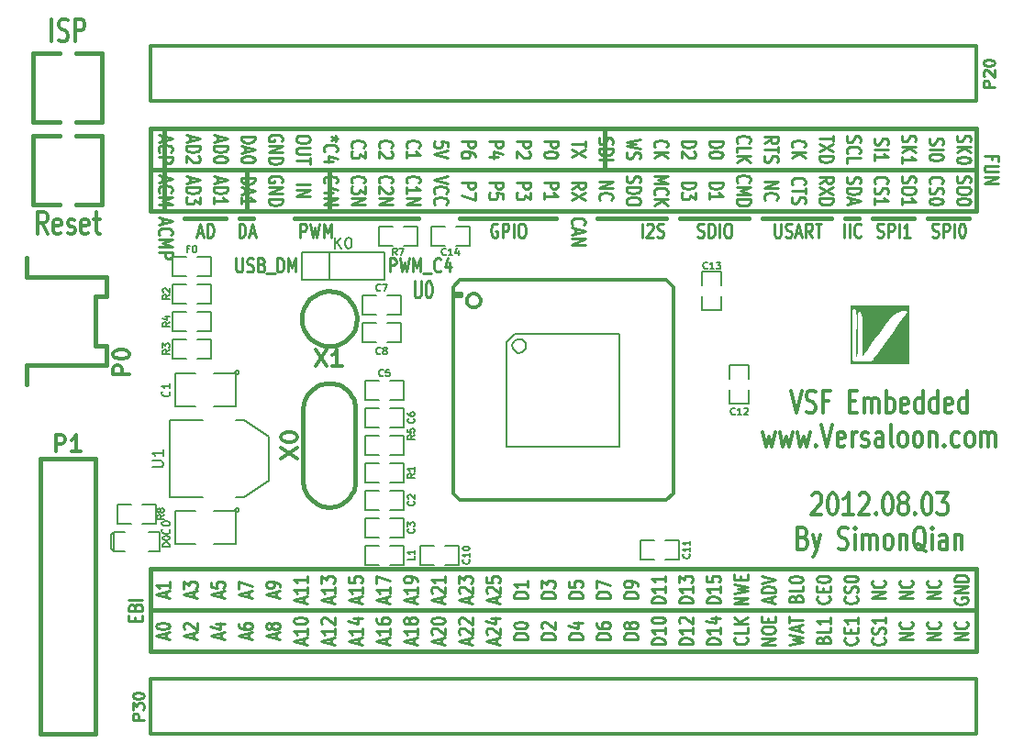
<source format=gto>
G04 (created by PCBNEW-RS274X (2012-01-19 BZR 3256)-stable) date 09/08/2012 10:04:04*
G01*
G70*
G90*
%MOIN*%
G04 Gerber Fmt 3.4, Leading zero omitted, Abs format*
%FSLAX34Y34*%
G04 APERTURE LIST*
%ADD10C,0.006000*%
%ADD11C,0.010000*%
%ADD12C,0.015000*%
%ADD13C,0.012000*%
%ADD14C,0.008000*%
%ADD15C,0.005000*%
%ADD16C,0.000100*%
G04 APERTURE END LIST*
G54D10*
G54D11*
X81298Y-38936D02*
X81798Y-38936D01*
X81298Y-39165D01*
X81798Y-39165D01*
X81345Y-39584D02*
X81321Y-39565D01*
X81298Y-39508D01*
X81298Y-39470D01*
X81321Y-39412D01*
X81369Y-39374D01*
X81417Y-39355D01*
X81512Y-39336D01*
X81583Y-39336D01*
X81679Y-39355D01*
X81726Y-39374D01*
X81774Y-39412D01*
X81798Y-39470D01*
X81798Y-39508D01*
X81774Y-39565D01*
X81750Y-39584D01*
G54D12*
X83750Y-40250D02*
X81250Y-40250D01*
G54D11*
X82321Y-38726D02*
X82298Y-38783D01*
X82298Y-38879D01*
X82321Y-38917D01*
X82345Y-38936D01*
X82393Y-38955D01*
X82440Y-38955D01*
X82488Y-38936D01*
X82512Y-38917D01*
X82536Y-38879D01*
X82560Y-38802D01*
X82583Y-38764D01*
X82607Y-38745D01*
X82655Y-38726D01*
X82702Y-38726D01*
X82750Y-38745D01*
X82774Y-38764D01*
X82798Y-38802D01*
X82798Y-38898D01*
X82774Y-38955D01*
X82298Y-39126D02*
X82798Y-39126D01*
X82798Y-39221D01*
X82774Y-39279D01*
X82726Y-39317D01*
X82679Y-39336D01*
X82583Y-39355D01*
X82512Y-39355D01*
X82417Y-39336D01*
X82369Y-39317D01*
X82321Y-39279D01*
X82298Y-39221D01*
X82298Y-39126D01*
X82798Y-39602D02*
X82798Y-39679D01*
X82774Y-39717D01*
X82726Y-39755D01*
X82631Y-39774D01*
X82464Y-39774D01*
X82369Y-39755D01*
X82321Y-39717D01*
X82298Y-39679D01*
X82298Y-39602D01*
X82321Y-39564D01*
X82369Y-39526D01*
X82464Y-39507D01*
X82631Y-39507D01*
X82726Y-39526D01*
X82774Y-39564D01*
X82798Y-39602D01*
G54D12*
X81500Y-37000D02*
X81500Y-38500D01*
G54D11*
X75798Y-38717D02*
X75298Y-38850D01*
X75798Y-38984D01*
X75345Y-39346D02*
X75321Y-39327D01*
X75298Y-39270D01*
X75298Y-39232D01*
X75321Y-39174D01*
X75369Y-39136D01*
X75417Y-39117D01*
X75512Y-39098D01*
X75583Y-39098D01*
X75679Y-39117D01*
X75726Y-39136D01*
X75774Y-39174D01*
X75798Y-39232D01*
X75798Y-39270D01*
X75774Y-39327D01*
X75750Y-39346D01*
X75345Y-39746D02*
X75321Y-39727D01*
X75298Y-39670D01*
X75298Y-39632D01*
X75321Y-39574D01*
X75369Y-39536D01*
X75417Y-39517D01*
X75512Y-39498D01*
X75583Y-39498D01*
X75679Y-39517D01*
X75726Y-39536D01*
X75774Y-39574D01*
X75798Y-39632D01*
X75798Y-39670D01*
X75774Y-39727D01*
X75750Y-39746D01*
X68114Y-41702D02*
X68114Y-42107D01*
X68133Y-42155D01*
X68152Y-42179D01*
X68190Y-42202D01*
X68267Y-42202D01*
X68305Y-42179D01*
X68324Y-42155D01*
X68343Y-42107D01*
X68343Y-41702D01*
X68514Y-42179D02*
X68571Y-42202D01*
X68667Y-42202D01*
X68705Y-42179D01*
X68724Y-42155D01*
X68743Y-42107D01*
X68743Y-42060D01*
X68724Y-42012D01*
X68705Y-41988D01*
X68667Y-41964D01*
X68590Y-41940D01*
X68552Y-41917D01*
X68533Y-41893D01*
X68514Y-41845D01*
X68514Y-41798D01*
X68533Y-41750D01*
X68552Y-41726D01*
X68590Y-41702D01*
X68686Y-41702D01*
X68743Y-41726D01*
X69048Y-41940D02*
X69105Y-41964D01*
X69124Y-41988D01*
X69143Y-42036D01*
X69143Y-42107D01*
X69124Y-42155D01*
X69105Y-42179D01*
X69067Y-42202D01*
X68914Y-42202D01*
X68914Y-41702D01*
X69048Y-41702D01*
X69086Y-41726D01*
X69105Y-41750D01*
X69124Y-41798D01*
X69124Y-41845D01*
X69105Y-41893D01*
X69086Y-41917D01*
X69048Y-41940D01*
X68914Y-41940D01*
X69219Y-42250D02*
X69524Y-42250D01*
X69619Y-42202D02*
X69619Y-41702D01*
X69714Y-41702D01*
X69772Y-41726D01*
X69810Y-41774D01*
X69829Y-41821D01*
X69848Y-41917D01*
X69848Y-41988D01*
X69829Y-42083D01*
X69810Y-42131D01*
X69772Y-42179D01*
X69714Y-42202D01*
X69619Y-42202D01*
X70019Y-42202D02*
X70019Y-41702D01*
X70153Y-42060D01*
X70286Y-41702D01*
X70286Y-42202D01*
X73695Y-42202D02*
X73695Y-41702D01*
X73848Y-41702D01*
X73886Y-41726D01*
X73905Y-41750D01*
X73924Y-41798D01*
X73924Y-41869D01*
X73905Y-41917D01*
X73886Y-41940D01*
X73848Y-41964D01*
X73695Y-41964D01*
X74057Y-41702D02*
X74152Y-42202D01*
X74229Y-41845D01*
X74305Y-42202D01*
X74400Y-41702D01*
X74552Y-42202D02*
X74552Y-41702D01*
X74686Y-42060D01*
X74819Y-41702D01*
X74819Y-42202D01*
X74914Y-42250D02*
X75219Y-42250D01*
X75543Y-42155D02*
X75524Y-42179D01*
X75467Y-42202D01*
X75429Y-42202D01*
X75371Y-42179D01*
X75333Y-42131D01*
X75314Y-42083D01*
X75295Y-41988D01*
X75295Y-41917D01*
X75314Y-41821D01*
X75333Y-41774D01*
X75371Y-41726D01*
X75429Y-41702D01*
X75467Y-41702D01*
X75524Y-41726D01*
X75543Y-41750D01*
X75886Y-41869D02*
X75886Y-42202D01*
X75790Y-41679D02*
X75695Y-42036D01*
X75943Y-42036D01*
G54D12*
X71500Y-38500D02*
X71500Y-40000D01*
X65000Y-54500D02*
X95000Y-54500D01*
X65000Y-38500D02*
X95000Y-38500D01*
X68500Y-38500D02*
X68500Y-40000D01*
X65500Y-37000D02*
X65500Y-40000D01*
X67750Y-40250D02*
X66250Y-40250D01*
X68750Y-40250D02*
X68250Y-40250D01*
X74750Y-40250D02*
X70250Y-40250D01*
X76250Y-40250D02*
X79750Y-40250D01*
X84250Y-40250D02*
X86750Y-40250D01*
X87250Y-40250D02*
X89750Y-40250D01*
X90250Y-40250D02*
X90750Y-40250D01*
X91250Y-40250D02*
X92750Y-40250D01*
X93250Y-40250D02*
X94750Y-40250D01*
G54D11*
X95560Y-38139D02*
X95560Y-38005D01*
X95298Y-38005D02*
X95798Y-38005D01*
X95798Y-38196D01*
X95798Y-38348D02*
X95393Y-38348D01*
X95345Y-38367D01*
X95321Y-38386D01*
X95298Y-38424D01*
X95298Y-38501D01*
X95321Y-38539D01*
X95345Y-38558D01*
X95393Y-38577D01*
X95798Y-38577D01*
X95298Y-38767D02*
X95798Y-38767D01*
X95298Y-38996D01*
X95798Y-38996D01*
X64440Y-54881D02*
X64440Y-54747D01*
X64702Y-54690D02*
X64702Y-54881D01*
X64202Y-54881D01*
X64202Y-54690D01*
X64440Y-54385D02*
X64464Y-54328D01*
X64488Y-54309D01*
X64536Y-54290D01*
X64607Y-54290D01*
X64655Y-54309D01*
X64679Y-54328D01*
X64702Y-54366D01*
X64702Y-54519D01*
X64202Y-54519D01*
X64202Y-54385D01*
X64226Y-54347D01*
X64250Y-54328D01*
X64298Y-54309D01*
X64345Y-54309D01*
X64393Y-54328D01*
X64417Y-54347D01*
X64440Y-54385D01*
X64440Y-54519D01*
X64702Y-54119D02*
X64202Y-54119D01*
X65440Y-40276D02*
X65440Y-40467D01*
X65298Y-40238D02*
X65798Y-40371D01*
X65298Y-40505D01*
X65345Y-40867D02*
X65321Y-40848D01*
X65298Y-40791D01*
X65298Y-40753D01*
X65321Y-40695D01*
X65369Y-40657D01*
X65417Y-40638D01*
X65512Y-40619D01*
X65583Y-40619D01*
X65679Y-40638D01*
X65726Y-40657D01*
X65774Y-40695D01*
X65798Y-40753D01*
X65798Y-40791D01*
X65774Y-40848D01*
X65750Y-40867D01*
X65298Y-41038D02*
X65798Y-41038D01*
X65440Y-41172D01*
X65798Y-41305D01*
X65298Y-41305D01*
X65298Y-41495D02*
X65798Y-41495D01*
X65798Y-41648D01*
X65774Y-41686D01*
X65750Y-41705D01*
X65702Y-41724D01*
X65631Y-41724D01*
X65583Y-41705D01*
X65560Y-41686D01*
X65536Y-41648D01*
X65536Y-41495D01*
X66705Y-40810D02*
X66896Y-40810D01*
X66667Y-40952D02*
X66800Y-40452D01*
X66934Y-40952D01*
X67067Y-40952D02*
X67067Y-40452D01*
X67162Y-40452D01*
X67220Y-40476D01*
X67258Y-40524D01*
X67277Y-40571D01*
X67296Y-40667D01*
X67296Y-40738D01*
X67277Y-40833D01*
X67258Y-40881D01*
X67220Y-40929D01*
X67162Y-40952D01*
X67067Y-40952D01*
X68224Y-40952D02*
X68224Y-40452D01*
X68319Y-40452D01*
X68377Y-40476D01*
X68415Y-40524D01*
X68434Y-40571D01*
X68453Y-40667D01*
X68453Y-40738D01*
X68434Y-40833D01*
X68415Y-40881D01*
X68377Y-40929D01*
X68319Y-40952D01*
X68224Y-40952D01*
X68605Y-40810D02*
X68796Y-40810D01*
X68567Y-40952D02*
X68700Y-40452D01*
X68834Y-40952D01*
X70438Y-40952D02*
X70438Y-40452D01*
X70591Y-40452D01*
X70629Y-40476D01*
X70648Y-40500D01*
X70667Y-40548D01*
X70667Y-40619D01*
X70648Y-40667D01*
X70629Y-40690D01*
X70591Y-40714D01*
X70438Y-40714D01*
X70800Y-40452D02*
X70895Y-40952D01*
X70972Y-40595D01*
X71048Y-40952D01*
X71143Y-40452D01*
X71295Y-40952D02*
X71295Y-40452D01*
X71429Y-40810D01*
X71562Y-40452D01*
X71562Y-40952D01*
X77601Y-40476D02*
X77563Y-40452D01*
X77506Y-40452D01*
X77448Y-40476D01*
X77410Y-40524D01*
X77391Y-40571D01*
X77372Y-40667D01*
X77372Y-40738D01*
X77391Y-40833D01*
X77410Y-40881D01*
X77448Y-40929D01*
X77506Y-40952D01*
X77544Y-40952D01*
X77601Y-40929D01*
X77620Y-40905D01*
X77620Y-40738D01*
X77544Y-40738D01*
X77791Y-40952D02*
X77791Y-40452D01*
X77944Y-40452D01*
X77982Y-40476D01*
X78001Y-40500D01*
X78020Y-40548D01*
X78020Y-40619D01*
X78001Y-40667D01*
X77982Y-40690D01*
X77944Y-40714D01*
X77791Y-40714D01*
X78191Y-40952D02*
X78191Y-40452D01*
X78457Y-40452D02*
X78534Y-40452D01*
X78572Y-40476D01*
X78610Y-40524D01*
X78629Y-40619D01*
X78629Y-40786D01*
X78610Y-40881D01*
X78572Y-40929D01*
X78534Y-40952D01*
X78457Y-40952D01*
X78419Y-40929D01*
X78381Y-40881D01*
X78362Y-40786D01*
X78362Y-40619D01*
X78381Y-40524D01*
X78419Y-40476D01*
X78457Y-40452D01*
X80345Y-40493D02*
X80321Y-40474D01*
X80298Y-40417D01*
X80298Y-40379D01*
X80321Y-40321D01*
X80369Y-40283D01*
X80417Y-40264D01*
X80512Y-40245D01*
X80583Y-40245D01*
X80679Y-40264D01*
X80726Y-40283D01*
X80774Y-40321D01*
X80798Y-40379D01*
X80798Y-40417D01*
X80774Y-40474D01*
X80750Y-40493D01*
X80440Y-40645D02*
X80440Y-40836D01*
X80298Y-40607D02*
X80798Y-40740D01*
X80298Y-40874D01*
X80298Y-41007D02*
X80798Y-41007D01*
X80298Y-41236D01*
X80798Y-41236D01*
X82869Y-40952D02*
X82869Y-40452D01*
X83040Y-40500D02*
X83059Y-40476D01*
X83097Y-40452D01*
X83193Y-40452D01*
X83231Y-40476D01*
X83250Y-40500D01*
X83269Y-40548D01*
X83269Y-40595D01*
X83250Y-40667D01*
X83021Y-40952D01*
X83269Y-40952D01*
X83421Y-40929D02*
X83478Y-40952D01*
X83574Y-40952D01*
X83612Y-40929D01*
X83631Y-40905D01*
X83650Y-40857D01*
X83650Y-40810D01*
X83631Y-40762D01*
X83612Y-40738D01*
X83574Y-40714D01*
X83497Y-40690D01*
X83459Y-40667D01*
X83440Y-40643D01*
X83421Y-40595D01*
X83421Y-40548D01*
X83440Y-40500D01*
X83459Y-40476D01*
X83497Y-40452D01*
X83593Y-40452D01*
X83650Y-40476D01*
X84881Y-40929D02*
X84938Y-40952D01*
X85034Y-40952D01*
X85072Y-40929D01*
X85091Y-40905D01*
X85110Y-40857D01*
X85110Y-40810D01*
X85091Y-40762D01*
X85072Y-40738D01*
X85034Y-40714D01*
X84957Y-40690D01*
X84919Y-40667D01*
X84900Y-40643D01*
X84881Y-40595D01*
X84881Y-40548D01*
X84900Y-40500D01*
X84919Y-40476D01*
X84957Y-40452D01*
X85053Y-40452D01*
X85110Y-40476D01*
X85281Y-40952D02*
X85281Y-40452D01*
X85376Y-40452D01*
X85434Y-40476D01*
X85472Y-40524D01*
X85491Y-40571D01*
X85510Y-40667D01*
X85510Y-40738D01*
X85491Y-40833D01*
X85472Y-40881D01*
X85434Y-40929D01*
X85376Y-40952D01*
X85281Y-40952D01*
X85681Y-40952D02*
X85681Y-40452D01*
X85947Y-40452D02*
X86024Y-40452D01*
X86062Y-40476D01*
X86100Y-40524D01*
X86119Y-40619D01*
X86119Y-40786D01*
X86100Y-40881D01*
X86062Y-40929D01*
X86024Y-40952D01*
X85947Y-40952D01*
X85909Y-40929D01*
X85871Y-40881D01*
X85852Y-40786D01*
X85852Y-40619D01*
X85871Y-40524D01*
X85909Y-40476D01*
X85947Y-40452D01*
X87671Y-40452D02*
X87671Y-40857D01*
X87690Y-40905D01*
X87709Y-40929D01*
X87747Y-40952D01*
X87824Y-40952D01*
X87862Y-40929D01*
X87881Y-40905D01*
X87900Y-40857D01*
X87900Y-40452D01*
X88071Y-40929D02*
X88128Y-40952D01*
X88224Y-40952D01*
X88262Y-40929D01*
X88281Y-40905D01*
X88300Y-40857D01*
X88300Y-40810D01*
X88281Y-40762D01*
X88262Y-40738D01*
X88224Y-40714D01*
X88147Y-40690D01*
X88109Y-40667D01*
X88090Y-40643D01*
X88071Y-40595D01*
X88071Y-40548D01*
X88090Y-40500D01*
X88109Y-40476D01*
X88147Y-40452D01*
X88243Y-40452D01*
X88300Y-40476D01*
X88452Y-40810D02*
X88643Y-40810D01*
X88414Y-40952D02*
X88547Y-40452D01*
X88681Y-40952D01*
X89043Y-40952D02*
X88909Y-40714D01*
X88814Y-40952D02*
X88814Y-40452D01*
X88967Y-40452D01*
X89005Y-40476D01*
X89024Y-40500D01*
X89043Y-40548D01*
X89043Y-40619D01*
X89024Y-40667D01*
X89005Y-40690D01*
X88967Y-40714D01*
X88814Y-40714D01*
X89157Y-40452D02*
X89386Y-40452D01*
X89271Y-40952D02*
X89271Y-40452D01*
X90205Y-40952D02*
X90205Y-40452D01*
X90395Y-40952D02*
X90395Y-40452D01*
X90814Y-40905D02*
X90795Y-40929D01*
X90738Y-40952D01*
X90700Y-40952D01*
X90642Y-40929D01*
X90604Y-40881D01*
X90585Y-40833D01*
X90566Y-40738D01*
X90566Y-40667D01*
X90585Y-40571D01*
X90604Y-40524D01*
X90642Y-40476D01*
X90700Y-40452D01*
X90738Y-40452D01*
X90795Y-40476D01*
X90814Y-40500D01*
X91400Y-40929D02*
X91457Y-40952D01*
X91553Y-40952D01*
X91591Y-40929D01*
X91610Y-40905D01*
X91629Y-40857D01*
X91629Y-40810D01*
X91610Y-40762D01*
X91591Y-40738D01*
X91553Y-40714D01*
X91476Y-40690D01*
X91438Y-40667D01*
X91419Y-40643D01*
X91400Y-40595D01*
X91400Y-40548D01*
X91419Y-40500D01*
X91438Y-40476D01*
X91476Y-40452D01*
X91572Y-40452D01*
X91629Y-40476D01*
X91800Y-40952D02*
X91800Y-40452D01*
X91953Y-40452D01*
X91991Y-40476D01*
X92010Y-40500D01*
X92029Y-40548D01*
X92029Y-40619D01*
X92010Y-40667D01*
X91991Y-40690D01*
X91953Y-40714D01*
X91800Y-40714D01*
X92200Y-40952D02*
X92200Y-40452D01*
X92600Y-40952D02*
X92371Y-40952D01*
X92485Y-40952D02*
X92485Y-40452D01*
X92447Y-40524D01*
X92409Y-40571D01*
X92371Y-40595D01*
X93400Y-40929D02*
X93457Y-40952D01*
X93553Y-40952D01*
X93591Y-40929D01*
X93610Y-40905D01*
X93629Y-40857D01*
X93629Y-40810D01*
X93610Y-40762D01*
X93591Y-40738D01*
X93553Y-40714D01*
X93476Y-40690D01*
X93438Y-40667D01*
X93419Y-40643D01*
X93400Y-40595D01*
X93400Y-40548D01*
X93419Y-40500D01*
X93438Y-40476D01*
X93476Y-40452D01*
X93572Y-40452D01*
X93629Y-40476D01*
X93800Y-40952D02*
X93800Y-40452D01*
X93953Y-40452D01*
X93991Y-40476D01*
X94010Y-40500D01*
X94029Y-40548D01*
X94029Y-40619D01*
X94010Y-40667D01*
X93991Y-40690D01*
X93953Y-40714D01*
X93800Y-40714D01*
X94200Y-40952D02*
X94200Y-40452D01*
X94466Y-40452D02*
X94505Y-40452D01*
X94543Y-40476D01*
X94562Y-40500D01*
X94581Y-40548D01*
X94600Y-40643D01*
X94600Y-40762D01*
X94581Y-40857D01*
X94562Y-40905D01*
X94543Y-40929D01*
X94505Y-40952D01*
X94466Y-40952D01*
X94428Y-40929D01*
X94409Y-40905D01*
X94390Y-40857D01*
X94371Y-40762D01*
X94371Y-40643D01*
X94390Y-40548D01*
X94409Y-40500D01*
X94428Y-40476D01*
X94466Y-40452D01*
G54D13*
X88258Y-46524D02*
X88458Y-47324D01*
X88658Y-46524D01*
X88829Y-47286D02*
X88915Y-47324D01*
X89058Y-47324D01*
X89115Y-47286D01*
X89144Y-47248D01*
X89172Y-47171D01*
X89172Y-47095D01*
X89144Y-47019D01*
X89115Y-46981D01*
X89058Y-46943D01*
X88944Y-46905D01*
X88886Y-46867D01*
X88858Y-46829D01*
X88829Y-46752D01*
X88829Y-46676D01*
X88858Y-46600D01*
X88886Y-46562D01*
X88944Y-46524D01*
X89086Y-46524D01*
X89172Y-46562D01*
X89629Y-46905D02*
X89429Y-46905D01*
X89429Y-47324D02*
X89429Y-46524D01*
X89715Y-46524D01*
X90400Y-46905D02*
X90600Y-46905D01*
X90686Y-47324D02*
X90400Y-47324D01*
X90400Y-46524D01*
X90686Y-46524D01*
X90943Y-47324D02*
X90943Y-46790D01*
X90943Y-46867D02*
X90971Y-46829D01*
X91029Y-46790D01*
X91114Y-46790D01*
X91171Y-46829D01*
X91200Y-46905D01*
X91200Y-47324D01*
X91200Y-46905D02*
X91229Y-46829D01*
X91286Y-46790D01*
X91371Y-46790D01*
X91429Y-46829D01*
X91457Y-46905D01*
X91457Y-47324D01*
X91743Y-47324D02*
X91743Y-46524D01*
X91743Y-46829D02*
X91800Y-46790D01*
X91914Y-46790D01*
X91971Y-46829D01*
X92000Y-46867D01*
X92029Y-46943D01*
X92029Y-47171D01*
X92000Y-47248D01*
X91971Y-47286D01*
X91914Y-47324D01*
X91800Y-47324D01*
X91743Y-47286D01*
X92514Y-47286D02*
X92457Y-47324D01*
X92343Y-47324D01*
X92286Y-47286D01*
X92257Y-47210D01*
X92257Y-46905D01*
X92286Y-46829D01*
X92343Y-46790D01*
X92457Y-46790D01*
X92514Y-46829D01*
X92543Y-46905D01*
X92543Y-46981D01*
X92257Y-47057D01*
X93057Y-47324D02*
X93057Y-46524D01*
X93057Y-47286D02*
X93000Y-47324D01*
X92886Y-47324D01*
X92828Y-47286D01*
X92800Y-47248D01*
X92771Y-47171D01*
X92771Y-46943D01*
X92800Y-46867D01*
X92828Y-46829D01*
X92886Y-46790D01*
X93000Y-46790D01*
X93057Y-46829D01*
X93600Y-47324D02*
X93600Y-46524D01*
X93600Y-47286D02*
X93543Y-47324D01*
X93429Y-47324D01*
X93371Y-47286D01*
X93343Y-47248D01*
X93314Y-47171D01*
X93314Y-46943D01*
X93343Y-46867D01*
X93371Y-46829D01*
X93429Y-46790D01*
X93543Y-46790D01*
X93600Y-46829D01*
X94114Y-47286D02*
X94057Y-47324D01*
X93943Y-47324D01*
X93886Y-47286D01*
X93857Y-47210D01*
X93857Y-46905D01*
X93886Y-46829D01*
X93943Y-46790D01*
X94057Y-46790D01*
X94114Y-46829D01*
X94143Y-46905D01*
X94143Y-46981D01*
X93857Y-47057D01*
X94657Y-47324D02*
X94657Y-46524D01*
X94657Y-47286D02*
X94600Y-47324D01*
X94486Y-47324D01*
X94428Y-47286D01*
X94400Y-47248D01*
X94371Y-47171D01*
X94371Y-46943D01*
X94400Y-46867D01*
X94428Y-46829D01*
X94486Y-46790D01*
X94600Y-46790D01*
X94657Y-46829D01*
X87243Y-48030D02*
X87357Y-48564D01*
X87471Y-48183D01*
X87586Y-48564D01*
X87700Y-48030D01*
X87872Y-48030D02*
X87986Y-48564D01*
X88100Y-48183D01*
X88215Y-48564D01*
X88329Y-48030D01*
X88501Y-48030D02*
X88615Y-48564D01*
X88729Y-48183D01*
X88844Y-48564D01*
X88958Y-48030D01*
X89187Y-48488D02*
X89215Y-48526D01*
X89187Y-48564D01*
X89158Y-48526D01*
X89187Y-48488D01*
X89187Y-48564D01*
X89387Y-47764D02*
X89587Y-48564D01*
X89787Y-47764D01*
X90215Y-48526D02*
X90158Y-48564D01*
X90044Y-48564D01*
X89987Y-48526D01*
X89958Y-48450D01*
X89958Y-48145D01*
X89987Y-48069D01*
X90044Y-48030D01*
X90158Y-48030D01*
X90215Y-48069D01*
X90244Y-48145D01*
X90244Y-48221D01*
X89958Y-48297D01*
X90501Y-48564D02*
X90501Y-48030D01*
X90501Y-48183D02*
X90529Y-48107D01*
X90558Y-48069D01*
X90615Y-48030D01*
X90672Y-48030D01*
X90843Y-48526D02*
X90900Y-48564D01*
X91015Y-48564D01*
X91072Y-48526D01*
X91100Y-48450D01*
X91100Y-48411D01*
X91072Y-48335D01*
X91015Y-48297D01*
X90929Y-48297D01*
X90872Y-48259D01*
X90843Y-48183D01*
X90843Y-48145D01*
X90872Y-48069D01*
X90929Y-48030D01*
X91015Y-48030D01*
X91072Y-48069D01*
X91615Y-48564D02*
X91615Y-48145D01*
X91586Y-48069D01*
X91529Y-48030D01*
X91415Y-48030D01*
X91358Y-48069D01*
X91615Y-48526D02*
X91558Y-48564D01*
X91415Y-48564D01*
X91358Y-48526D01*
X91329Y-48450D01*
X91329Y-48373D01*
X91358Y-48297D01*
X91415Y-48259D01*
X91558Y-48259D01*
X91615Y-48221D01*
X91987Y-48564D02*
X91929Y-48526D01*
X91901Y-48450D01*
X91901Y-47764D01*
X92301Y-48564D02*
X92243Y-48526D01*
X92215Y-48488D01*
X92186Y-48411D01*
X92186Y-48183D01*
X92215Y-48107D01*
X92243Y-48069D01*
X92301Y-48030D01*
X92386Y-48030D01*
X92443Y-48069D01*
X92472Y-48107D01*
X92501Y-48183D01*
X92501Y-48411D01*
X92472Y-48488D01*
X92443Y-48526D01*
X92386Y-48564D01*
X92301Y-48564D01*
X92844Y-48564D02*
X92786Y-48526D01*
X92758Y-48488D01*
X92729Y-48411D01*
X92729Y-48183D01*
X92758Y-48107D01*
X92786Y-48069D01*
X92844Y-48030D01*
X92929Y-48030D01*
X92986Y-48069D01*
X93015Y-48107D01*
X93044Y-48183D01*
X93044Y-48411D01*
X93015Y-48488D01*
X92986Y-48526D01*
X92929Y-48564D01*
X92844Y-48564D01*
X93301Y-48030D02*
X93301Y-48564D01*
X93301Y-48107D02*
X93329Y-48069D01*
X93387Y-48030D01*
X93472Y-48030D01*
X93529Y-48069D01*
X93558Y-48145D01*
X93558Y-48564D01*
X93844Y-48488D02*
X93872Y-48526D01*
X93844Y-48564D01*
X93815Y-48526D01*
X93844Y-48488D01*
X93844Y-48564D01*
X94387Y-48526D02*
X94330Y-48564D01*
X94216Y-48564D01*
X94158Y-48526D01*
X94130Y-48488D01*
X94101Y-48411D01*
X94101Y-48183D01*
X94130Y-48107D01*
X94158Y-48069D01*
X94216Y-48030D01*
X94330Y-48030D01*
X94387Y-48069D01*
X94730Y-48564D02*
X94672Y-48526D01*
X94644Y-48488D01*
X94615Y-48411D01*
X94615Y-48183D01*
X94644Y-48107D01*
X94672Y-48069D01*
X94730Y-48030D01*
X94815Y-48030D01*
X94872Y-48069D01*
X94901Y-48107D01*
X94930Y-48183D01*
X94930Y-48411D01*
X94901Y-48488D01*
X94872Y-48526D01*
X94815Y-48564D01*
X94730Y-48564D01*
X95187Y-48564D02*
X95187Y-48030D01*
X95187Y-48107D02*
X95215Y-48069D01*
X95273Y-48030D01*
X95358Y-48030D01*
X95415Y-48069D01*
X95444Y-48145D01*
X95444Y-48564D01*
X95444Y-48145D02*
X95473Y-48069D01*
X95530Y-48030D01*
X95615Y-48030D01*
X95673Y-48069D01*
X95701Y-48145D01*
X95701Y-48564D01*
X89044Y-50320D02*
X89073Y-50282D01*
X89130Y-50244D01*
X89273Y-50244D01*
X89330Y-50282D01*
X89359Y-50320D01*
X89387Y-50396D01*
X89387Y-50472D01*
X89359Y-50587D01*
X89016Y-51044D01*
X89387Y-51044D01*
X89758Y-50244D02*
X89815Y-50244D01*
X89872Y-50282D01*
X89901Y-50320D01*
X89930Y-50396D01*
X89958Y-50549D01*
X89958Y-50739D01*
X89930Y-50891D01*
X89901Y-50968D01*
X89872Y-51006D01*
X89815Y-51044D01*
X89758Y-51044D01*
X89701Y-51006D01*
X89672Y-50968D01*
X89644Y-50891D01*
X89615Y-50739D01*
X89615Y-50549D01*
X89644Y-50396D01*
X89672Y-50320D01*
X89701Y-50282D01*
X89758Y-50244D01*
X90529Y-51044D02*
X90186Y-51044D01*
X90358Y-51044D02*
X90358Y-50244D01*
X90301Y-50358D01*
X90243Y-50434D01*
X90186Y-50472D01*
X90757Y-50320D02*
X90786Y-50282D01*
X90843Y-50244D01*
X90986Y-50244D01*
X91043Y-50282D01*
X91072Y-50320D01*
X91100Y-50396D01*
X91100Y-50472D01*
X91072Y-50587D01*
X90729Y-51044D01*
X91100Y-51044D01*
X91357Y-50968D02*
X91385Y-51006D01*
X91357Y-51044D01*
X91328Y-51006D01*
X91357Y-50968D01*
X91357Y-51044D01*
X91757Y-50244D02*
X91814Y-50244D01*
X91871Y-50282D01*
X91900Y-50320D01*
X91929Y-50396D01*
X91957Y-50549D01*
X91957Y-50739D01*
X91929Y-50891D01*
X91900Y-50968D01*
X91871Y-51006D01*
X91814Y-51044D01*
X91757Y-51044D01*
X91700Y-51006D01*
X91671Y-50968D01*
X91643Y-50891D01*
X91614Y-50739D01*
X91614Y-50549D01*
X91643Y-50396D01*
X91671Y-50320D01*
X91700Y-50282D01*
X91757Y-50244D01*
X92300Y-50587D02*
X92242Y-50549D01*
X92214Y-50510D01*
X92185Y-50434D01*
X92185Y-50396D01*
X92214Y-50320D01*
X92242Y-50282D01*
X92300Y-50244D01*
X92414Y-50244D01*
X92471Y-50282D01*
X92500Y-50320D01*
X92528Y-50396D01*
X92528Y-50434D01*
X92500Y-50510D01*
X92471Y-50549D01*
X92414Y-50587D01*
X92300Y-50587D01*
X92242Y-50625D01*
X92214Y-50663D01*
X92185Y-50739D01*
X92185Y-50891D01*
X92214Y-50968D01*
X92242Y-51006D01*
X92300Y-51044D01*
X92414Y-51044D01*
X92471Y-51006D01*
X92500Y-50968D01*
X92528Y-50891D01*
X92528Y-50739D01*
X92500Y-50663D01*
X92471Y-50625D01*
X92414Y-50587D01*
X92785Y-50968D02*
X92813Y-51006D01*
X92785Y-51044D01*
X92756Y-51006D01*
X92785Y-50968D01*
X92785Y-51044D01*
X93185Y-50244D02*
X93242Y-50244D01*
X93299Y-50282D01*
X93328Y-50320D01*
X93357Y-50396D01*
X93385Y-50549D01*
X93385Y-50739D01*
X93357Y-50891D01*
X93328Y-50968D01*
X93299Y-51006D01*
X93242Y-51044D01*
X93185Y-51044D01*
X93128Y-51006D01*
X93099Y-50968D01*
X93071Y-50891D01*
X93042Y-50739D01*
X93042Y-50549D01*
X93071Y-50396D01*
X93099Y-50320D01*
X93128Y-50282D01*
X93185Y-50244D01*
X93585Y-50244D02*
X93956Y-50244D01*
X93756Y-50549D01*
X93842Y-50549D01*
X93899Y-50587D01*
X93928Y-50625D01*
X93956Y-50701D01*
X93956Y-50891D01*
X93928Y-50968D01*
X93899Y-51006D01*
X93842Y-51044D01*
X93670Y-51044D01*
X93613Y-51006D01*
X93585Y-50968D01*
X88714Y-51865D02*
X88800Y-51903D01*
X88828Y-51941D01*
X88857Y-52017D01*
X88857Y-52131D01*
X88828Y-52208D01*
X88800Y-52246D01*
X88742Y-52284D01*
X88514Y-52284D01*
X88514Y-51484D01*
X88714Y-51484D01*
X88771Y-51522D01*
X88800Y-51560D01*
X88828Y-51636D01*
X88828Y-51712D01*
X88800Y-51789D01*
X88771Y-51827D01*
X88714Y-51865D01*
X88514Y-51865D01*
X89057Y-51750D02*
X89200Y-52284D01*
X89342Y-51750D02*
X89200Y-52284D01*
X89142Y-52474D01*
X89114Y-52512D01*
X89057Y-52550D01*
X89999Y-52246D02*
X90085Y-52284D01*
X90228Y-52284D01*
X90285Y-52246D01*
X90314Y-52208D01*
X90342Y-52131D01*
X90342Y-52055D01*
X90314Y-51979D01*
X90285Y-51941D01*
X90228Y-51903D01*
X90114Y-51865D01*
X90056Y-51827D01*
X90028Y-51789D01*
X89999Y-51712D01*
X89999Y-51636D01*
X90028Y-51560D01*
X90056Y-51522D01*
X90114Y-51484D01*
X90256Y-51484D01*
X90342Y-51522D01*
X90599Y-52284D02*
X90599Y-51750D01*
X90599Y-51484D02*
X90570Y-51522D01*
X90599Y-51560D01*
X90627Y-51522D01*
X90599Y-51484D01*
X90599Y-51560D01*
X90885Y-52284D02*
X90885Y-51750D01*
X90885Y-51827D02*
X90913Y-51789D01*
X90971Y-51750D01*
X91056Y-51750D01*
X91113Y-51789D01*
X91142Y-51865D01*
X91142Y-52284D01*
X91142Y-51865D02*
X91171Y-51789D01*
X91228Y-51750D01*
X91313Y-51750D01*
X91371Y-51789D01*
X91399Y-51865D01*
X91399Y-52284D01*
X91771Y-52284D02*
X91713Y-52246D01*
X91685Y-52208D01*
X91656Y-52131D01*
X91656Y-51903D01*
X91685Y-51827D01*
X91713Y-51789D01*
X91771Y-51750D01*
X91856Y-51750D01*
X91913Y-51789D01*
X91942Y-51827D01*
X91971Y-51903D01*
X91971Y-52131D01*
X91942Y-52208D01*
X91913Y-52246D01*
X91856Y-52284D01*
X91771Y-52284D01*
X92228Y-51750D02*
X92228Y-52284D01*
X92228Y-51827D02*
X92256Y-51789D01*
X92314Y-51750D01*
X92399Y-51750D01*
X92456Y-51789D01*
X92485Y-51865D01*
X92485Y-52284D01*
X93171Y-52360D02*
X93114Y-52322D01*
X93057Y-52246D01*
X92971Y-52131D01*
X92914Y-52093D01*
X92857Y-52093D01*
X92885Y-52284D02*
X92828Y-52246D01*
X92771Y-52170D01*
X92742Y-52017D01*
X92742Y-51750D01*
X92771Y-51598D01*
X92828Y-51522D01*
X92885Y-51484D01*
X92999Y-51484D01*
X93057Y-51522D01*
X93114Y-51598D01*
X93142Y-51750D01*
X93142Y-52017D01*
X93114Y-52170D01*
X93057Y-52246D01*
X92999Y-52284D01*
X92885Y-52284D01*
X93400Y-52284D02*
X93400Y-51750D01*
X93400Y-51484D02*
X93371Y-51522D01*
X93400Y-51560D01*
X93428Y-51522D01*
X93400Y-51484D01*
X93400Y-51560D01*
X93943Y-52284D02*
X93943Y-51865D01*
X93914Y-51789D01*
X93857Y-51750D01*
X93743Y-51750D01*
X93686Y-51789D01*
X93943Y-52246D02*
X93886Y-52284D01*
X93743Y-52284D01*
X93686Y-52246D01*
X93657Y-52170D01*
X93657Y-52093D01*
X93686Y-52017D01*
X93743Y-51979D01*
X93886Y-51979D01*
X93943Y-51941D01*
X94229Y-51750D02*
X94229Y-52284D01*
X94229Y-51827D02*
X94257Y-51789D01*
X94315Y-51750D01*
X94400Y-51750D01*
X94457Y-51789D01*
X94486Y-51865D01*
X94486Y-52284D01*
G54D11*
X94226Y-54054D02*
X94202Y-54092D01*
X94202Y-54149D01*
X94226Y-54207D01*
X94274Y-54245D01*
X94321Y-54264D01*
X94417Y-54283D01*
X94488Y-54283D01*
X94583Y-54264D01*
X94631Y-54245D01*
X94679Y-54207D01*
X94702Y-54149D01*
X94702Y-54111D01*
X94679Y-54054D01*
X94655Y-54035D01*
X94488Y-54035D01*
X94488Y-54111D01*
X94702Y-53864D02*
X94202Y-53864D01*
X94702Y-53635D01*
X94202Y-53635D01*
X94702Y-53445D02*
X94202Y-53445D01*
X94202Y-53350D01*
X94226Y-53292D01*
X94274Y-53254D01*
X94321Y-53235D01*
X94417Y-53216D01*
X94488Y-53216D01*
X94583Y-53235D01*
X94631Y-53254D01*
X94679Y-53292D01*
X94702Y-53350D01*
X94702Y-53445D01*
X94702Y-55564D02*
X94202Y-55564D01*
X94702Y-55335D01*
X94202Y-55335D01*
X94655Y-54916D02*
X94679Y-54935D01*
X94702Y-54992D01*
X94702Y-55030D01*
X94679Y-55088D01*
X94631Y-55126D01*
X94583Y-55145D01*
X94488Y-55164D01*
X94417Y-55164D01*
X94321Y-55145D01*
X94274Y-55126D01*
X94226Y-55088D01*
X94202Y-55030D01*
X94202Y-54992D01*
X94226Y-54935D01*
X94250Y-54916D01*
X93702Y-54064D02*
X93202Y-54064D01*
X93702Y-53835D01*
X93202Y-53835D01*
X93655Y-53416D02*
X93679Y-53435D01*
X93702Y-53492D01*
X93702Y-53530D01*
X93679Y-53588D01*
X93631Y-53626D01*
X93583Y-53645D01*
X93488Y-53664D01*
X93417Y-53664D01*
X93321Y-53645D01*
X93274Y-53626D01*
X93226Y-53588D01*
X93202Y-53530D01*
X93202Y-53492D01*
X93226Y-53435D01*
X93250Y-53416D01*
X93702Y-55564D02*
X93202Y-55564D01*
X93702Y-55335D01*
X93202Y-55335D01*
X93655Y-54916D02*
X93679Y-54935D01*
X93702Y-54992D01*
X93702Y-55030D01*
X93679Y-55088D01*
X93631Y-55126D01*
X93583Y-55145D01*
X93488Y-55164D01*
X93417Y-55164D01*
X93321Y-55145D01*
X93274Y-55126D01*
X93226Y-55088D01*
X93202Y-55030D01*
X93202Y-54992D01*
X93226Y-54935D01*
X93250Y-54916D01*
X92702Y-54064D02*
X92202Y-54064D01*
X92702Y-53835D01*
X92202Y-53835D01*
X92655Y-53416D02*
X92679Y-53435D01*
X92702Y-53492D01*
X92702Y-53530D01*
X92679Y-53588D01*
X92631Y-53626D01*
X92583Y-53645D01*
X92488Y-53664D01*
X92417Y-53664D01*
X92321Y-53645D01*
X92274Y-53626D01*
X92226Y-53588D01*
X92202Y-53530D01*
X92202Y-53492D01*
X92226Y-53435D01*
X92250Y-53416D01*
X92702Y-55564D02*
X92202Y-55564D01*
X92702Y-55335D01*
X92202Y-55335D01*
X92655Y-54916D02*
X92679Y-54935D01*
X92702Y-54992D01*
X92702Y-55030D01*
X92679Y-55088D01*
X92631Y-55126D01*
X92583Y-55145D01*
X92488Y-55164D01*
X92417Y-55164D01*
X92321Y-55145D01*
X92274Y-55126D01*
X92226Y-55088D01*
X92202Y-55030D01*
X92202Y-54992D01*
X92226Y-54935D01*
X92250Y-54916D01*
X91702Y-54064D02*
X91202Y-54064D01*
X91702Y-53835D01*
X91202Y-53835D01*
X91655Y-53416D02*
X91679Y-53435D01*
X91702Y-53492D01*
X91702Y-53530D01*
X91679Y-53588D01*
X91631Y-53626D01*
X91583Y-53645D01*
X91488Y-53664D01*
X91417Y-53664D01*
X91321Y-53645D01*
X91274Y-53626D01*
X91226Y-53588D01*
X91202Y-53530D01*
X91202Y-53492D01*
X91226Y-53435D01*
X91250Y-53416D01*
X91655Y-55507D02*
X91679Y-55526D01*
X91702Y-55583D01*
X91702Y-55621D01*
X91679Y-55679D01*
X91631Y-55717D01*
X91583Y-55736D01*
X91488Y-55755D01*
X91417Y-55755D01*
X91321Y-55736D01*
X91274Y-55717D01*
X91226Y-55679D01*
X91202Y-55621D01*
X91202Y-55583D01*
X91226Y-55526D01*
X91250Y-55507D01*
X91679Y-55355D02*
X91702Y-55298D01*
X91702Y-55202D01*
X91679Y-55164D01*
X91655Y-55145D01*
X91607Y-55126D01*
X91560Y-55126D01*
X91512Y-55145D01*
X91488Y-55164D01*
X91464Y-55202D01*
X91440Y-55279D01*
X91417Y-55317D01*
X91393Y-55336D01*
X91345Y-55355D01*
X91298Y-55355D01*
X91250Y-55336D01*
X91226Y-55317D01*
X91202Y-55279D01*
X91202Y-55183D01*
X91226Y-55126D01*
X91702Y-54745D02*
X91702Y-54974D01*
X91702Y-54860D02*
X91202Y-54860D01*
X91274Y-54898D01*
X91321Y-54936D01*
X91345Y-54974D01*
X90655Y-54007D02*
X90679Y-54026D01*
X90702Y-54083D01*
X90702Y-54121D01*
X90679Y-54179D01*
X90631Y-54217D01*
X90583Y-54236D01*
X90488Y-54255D01*
X90417Y-54255D01*
X90321Y-54236D01*
X90274Y-54217D01*
X90226Y-54179D01*
X90202Y-54121D01*
X90202Y-54083D01*
X90226Y-54026D01*
X90250Y-54007D01*
X90679Y-53855D02*
X90702Y-53798D01*
X90702Y-53702D01*
X90679Y-53664D01*
X90655Y-53645D01*
X90607Y-53626D01*
X90560Y-53626D01*
X90512Y-53645D01*
X90488Y-53664D01*
X90464Y-53702D01*
X90440Y-53779D01*
X90417Y-53817D01*
X90393Y-53836D01*
X90345Y-53855D01*
X90298Y-53855D01*
X90250Y-53836D01*
X90226Y-53817D01*
X90202Y-53779D01*
X90202Y-53683D01*
X90226Y-53626D01*
X90202Y-53379D02*
X90202Y-53340D01*
X90226Y-53302D01*
X90250Y-53283D01*
X90298Y-53264D01*
X90393Y-53245D01*
X90512Y-53245D01*
X90607Y-53264D01*
X90655Y-53283D01*
X90679Y-53302D01*
X90702Y-53340D01*
X90702Y-53379D01*
X90679Y-53417D01*
X90655Y-53436D01*
X90607Y-53455D01*
X90512Y-53474D01*
X90393Y-53474D01*
X90298Y-53455D01*
X90250Y-53436D01*
X90226Y-53417D01*
X90202Y-53379D01*
X90655Y-55497D02*
X90679Y-55516D01*
X90702Y-55573D01*
X90702Y-55611D01*
X90679Y-55669D01*
X90631Y-55707D01*
X90583Y-55726D01*
X90488Y-55745D01*
X90417Y-55745D01*
X90321Y-55726D01*
X90274Y-55707D01*
X90226Y-55669D01*
X90202Y-55611D01*
X90202Y-55573D01*
X90226Y-55516D01*
X90250Y-55497D01*
X90440Y-55326D02*
X90440Y-55192D01*
X90702Y-55135D02*
X90702Y-55326D01*
X90202Y-55326D01*
X90202Y-55135D01*
X90702Y-54754D02*
X90702Y-54983D01*
X90702Y-54869D02*
X90202Y-54869D01*
X90274Y-54907D01*
X90321Y-54945D01*
X90345Y-54983D01*
X89655Y-53997D02*
X89679Y-54016D01*
X89702Y-54073D01*
X89702Y-54111D01*
X89679Y-54169D01*
X89631Y-54207D01*
X89583Y-54226D01*
X89488Y-54245D01*
X89417Y-54245D01*
X89321Y-54226D01*
X89274Y-54207D01*
X89226Y-54169D01*
X89202Y-54111D01*
X89202Y-54073D01*
X89226Y-54016D01*
X89250Y-53997D01*
X89440Y-53826D02*
X89440Y-53692D01*
X89702Y-53635D02*
X89702Y-53826D01*
X89202Y-53826D01*
X89202Y-53635D01*
X89202Y-53388D02*
X89202Y-53349D01*
X89226Y-53311D01*
X89250Y-53292D01*
X89298Y-53273D01*
X89393Y-53254D01*
X89512Y-53254D01*
X89607Y-53273D01*
X89655Y-53292D01*
X89679Y-53311D01*
X89702Y-53349D01*
X89702Y-53388D01*
X89679Y-53426D01*
X89655Y-53445D01*
X89607Y-53464D01*
X89512Y-53483D01*
X89393Y-53483D01*
X89298Y-53464D01*
X89250Y-53445D01*
X89226Y-53426D01*
X89202Y-53388D01*
X89440Y-55573D02*
X89464Y-55516D01*
X89488Y-55497D01*
X89536Y-55478D01*
X89607Y-55478D01*
X89655Y-55497D01*
X89679Y-55516D01*
X89702Y-55554D01*
X89702Y-55707D01*
X89202Y-55707D01*
X89202Y-55573D01*
X89226Y-55535D01*
X89250Y-55516D01*
X89298Y-55497D01*
X89345Y-55497D01*
X89393Y-55516D01*
X89417Y-55535D01*
X89440Y-55573D01*
X89440Y-55707D01*
X89702Y-55116D02*
X89702Y-55307D01*
X89202Y-55307D01*
X89702Y-54773D02*
X89702Y-55002D01*
X89702Y-54888D02*
X89202Y-54888D01*
X89274Y-54926D01*
X89321Y-54964D01*
X89345Y-55002D01*
X88440Y-54073D02*
X88464Y-54016D01*
X88488Y-53997D01*
X88536Y-53978D01*
X88607Y-53978D01*
X88655Y-53997D01*
X88679Y-54016D01*
X88702Y-54054D01*
X88702Y-54207D01*
X88202Y-54207D01*
X88202Y-54073D01*
X88226Y-54035D01*
X88250Y-54016D01*
X88298Y-53997D01*
X88345Y-53997D01*
X88393Y-54016D01*
X88417Y-54035D01*
X88440Y-54073D01*
X88440Y-54207D01*
X88702Y-53616D02*
X88702Y-53807D01*
X88202Y-53807D01*
X88202Y-53407D02*
X88202Y-53368D01*
X88226Y-53330D01*
X88250Y-53311D01*
X88298Y-53292D01*
X88393Y-53273D01*
X88512Y-53273D01*
X88607Y-53292D01*
X88655Y-53311D01*
X88679Y-53330D01*
X88702Y-53368D01*
X88702Y-53407D01*
X88679Y-53445D01*
X88655Y-53464D01*
X88607Y-53483D01*
X88512Y-53502D01*
X88393Y-53502D01*
X88298Y-53483D01*
X88250Y-53464D01*
X88226Y-53445D01*
X88202Y-53407D01*
X88202Y-55745D02*
X88702Y-55650D01*
X88345Y-55573D01*
X88702Y-55497D01*
X88202Y-55402D01*
X88560Y-55269D02*
X88560Y-55078D01*
X88702Y-55307D02*
X88202Y-55174D01*
X88702Y-55040D01*
X88202Y-54964D02*
X88202Y-54735D01*
X88702Y-54850D02*
X88202Y-54850D01*
X87560Y-54217D02*
X87560Y-54026D01*
X87702Y-54255D02*
X87202Y-54122D01*
X87702Y-53988D01*
X87702Y-53855D02*
X87202Y-53855D01*
X87202Y-53760D01*
X87226Y-53702D01*
X87274Y-53664D01*
X87321Y-53645D01*
X87417Y-53626D01*
X87488Y-53626D01*
X87583Y-53645D01*
X87631Y-53664D01*
X87679Y-53702D01*
X87702Y-53760D01*
X87702Y-53855D01*
X87202Y-53512D02*
X87702Y-53379D01*
X87202Y-53245D01*
X87702Y-55755D02*
X87202Y-55755D01*
X87702Y-55526D01*
X87202Y-55526D01*
X87202Y-55260D02*
X87202Y-55183D01*
X87226Y-55145D01*
X87274Y-55107D01*
X87369Y-55088D01*
X87536Y-55088D01*
X87631Y-55107D01*
X87679Y-55145D01*
X87702Y-55183D01*
X87702Y-55260D01*
X87679Y-55298D01*
X87631Y-55336D01*
X87536Y-55355D01*
X87369Y-55355D01*
X87274Y-55336D01*
X87226Y-55298D01*
X87202Y-55260D01*
X87440Y-54917D02*
X87440Y-54783D01*
X87702Y-54726D02*
X87702Y-54917D01*
X87202Y-54917D01*
X87202Y-54726D01*
X86702Y-54274D02*
X86202Y-54274D01*
X86702Y-54045D01*
X86202Y-54045D01*
X86202Y-53893D02*
X86702Y-53798D01*
X86345Y-53721D01*
X86702Y-53645D01*
X86202Y-53550D01*
X86440Y-53398D02*
X86440Y-53264D01*
X86702Y-53207D02*
X86702Y-53398D01*
X86202Y-53398D01*
X86202Y-53207D01*
X86655Y-55488D02*
X86679Y-55507D01*
X86702Y-55564D01*
X86702Y-55602D01*
X86679Y-55660D01*
X86631Y-55698D01*
X86583Y-55717D01*
X86488Y-55736D01*
X86417Y-55736D01*
X86321Y-55717D01*
X86274Y-55698D01*
X86226Y-55660D01*
X86202Y-55602D01*
X86202Y-55564D01*
X86226Y-55507D01*
X86250Y-55488D01*
X86702Y-55126D02*
X86702Y-55317D01*
X86202Y-55317D01*
X86702Y-54993D02*
X86202Y-54993D01*
X86702Y-54764D02*
X86417Y-54936D01*
X86202Y-54764D02*
X86488Y-54993D01*
X85702Y-54236D02*
X85202Y-54236D01*
X85202Y-54141D01*
X85226Y-54083D01*
X85274Y-54045D01*
X85321Y-54026D01*
X85417Y-54007D01*
X85488Y-54007D01*
X85583Y-54026D01*
X85631Y-54045D01*
X85679Y-54083D01*
X85702Y-54141D01*
X85702Y-54236D01*
X85702Y-53626D02*
X85702Y-53855D01*
X85702Y-53741D02*
X85202Y-53741D01*
X85274Y-53779D01*
X85321Y-53817D01*
X85345Y-53855D01*
X85202Y-53264D02*
X85202Y-53455D01*
X85440Y-53474D01*
X85417Y-53455D01*
X85393Y-53417D01*
X85393Y-53321D01*
X85417Y-53283D01*
X85440Y-53264D01*
X85488Y-53245D01*
X85607Y-53245D01*
X85655Y-53264D01*
X85679Y-53283D01*
X85702Y-53321D01*
X85702Y-53417D01*
X85679Y-53455D01*
X85655Y-53474D01*
X85702Y-55736D02*
X85202Y-55736D01*
X85202Y-55641D01*
X85226Y-55583D01*
X85274Y-55545D01*
X85321Y-55526D01*
X85417Y-55507D01*
X85488Y-55507D01*
X85583Y-55526D01*
X85631Y-55545D01*
X85679Y-55583D01*
X85702Y-55641D01*
X85702Y-55736D01*
X85702Y-55126D02*
X85702Y-55355D01*
X85702Y-55241D02*
X85202Y-55241D01*
X85274Y-55279D01*
X85321Y-55317D01*
X85345Y-55355D01*
X85369Y-54783D02*
X85702Y-54783D01*
X85179Y-54879D02*
X85536Y-54974D01*
X85536Y-54726D01*
X84702Y-54236D02*
X84202Y-54236D01*
X84202Y-54141D01*
X84226Y-54083D01*
X84274Y-54045D01*
X84321Y-54026D01*
X84417Y-54007D01*
X84488Y-54007D01*
X84583Y-54026D01*
X84631Y-54045D01*
X84679Y-54083D01*
X84702Y-54141D01*
X84702Y-54236D01*
X84702Y-53626D02*
X84702Y-53855D01*
X84702Y-53741D02*
X84202Y-53741D01*
X84274Y-53779D01*
X84321Y-53817D01*
X84345Y-53855D01*
X84202Y-53493D02*
X84202Y-53245D01*
X84393Y-53379D01*
X84393Y-53321D01*
X84417Y-53283D01*
X84440Y-53264D01*
X84488Y-53245D01*
X84607Y-53245D01*
X84655Y-53264D01*
X84679Y-53283D01*
X84702Y-53321D01*
X84702Y-53436D01*
X84679Y-53474D01*
X84655Y-53493D01*
X84702Y-55736D02*
X84202Y-55736D01*
X84202Y-55641D01*
X84226Y-55583D01*
X84274Y-55545D01*
X84321Y-55526D01*
X84417Y-55507D01*
X84488Y-55507D01*
X84583Y-55526D01*
X84631Y-55545D01*
X84679Y-55583D01*
X84702Y-55641D01*
X84702Y-55736D01*
X84702Y-55126D02*
X84702Y-55355D01*
X84702Y-55241D02*
X84202Y-55241D01*
X84274Y-55279D01*
X84321Y-55317D01*
X84345Y-55355D01*
X84250Y-54974D02*
X84226Y-54955D01*
X84202Y-54917D01*
X84202Y-54821D01*
X84226Y-54783D01*
X84250Y-54764D01*
X84298Y-54745D01*
X84345Y-54745D01*
X84417Y-54764D01*
X84702Y-54993D01*
X84702Y-54745D01*
X83702Y-54236D02*
X83202Y-54236D01*
X83202Y-54141D01*
X83226Y-54083D01*
X83274Y-54045D01*
X83321Y-54026D01*
X83417Y-54007D01*
X83488Y-54007D01*
X83583Y-54026D01*
X83631Y-54045D01*
X83679Y-54083D01*
X83702Y-54141D01*
X83702Y-54236D01*
X83702Y-53626D02*
X83702Y-53855D01*
X83702Y-53741D02*
X83202Y-53741D01*
X83274Y-53779D01*
X83321Y-53817D01*
X83345Y-53855D01*
X83702Y-53245D02*
X83702Y-53474D01*
X83702Y-53360D02*
X83202Y-53360D01*
X83274Y-53398D01*
X83321Y-53436D01*
X83345Y-53474D01*
X83702Y-55736D02*
X83202Y-55736D01*
X83202Y-55641D01*
X83226Y-55583D01*
X83274Y-55545D01*
X83321Y-55526D01*
X83417Y-55507D01*
X83488Y-55507D01*
X83583Y-55526D01*
X83631Y-55545D01*
X83679Y-55583D01*
X83702Y-55641D01*
X83702Y-55736D01*
X83702Y-55126D02*
X83702Y-55355D01*
X83702Y-55241D02*
X83202Y-55241D01*
X83274Y-55279D01*
X83321Y-55317D01*
X83345Y-55355D01*
X83202Y-54879D02*
X83202Y-54840D01*
X83226Y-54802D01*
X83250Y-54783D01*
X83298Y-54764D01*
X83393Y-54745D01*
X83512Y-54745D01*
X83607Y-54764D01*
X83655Y-54783D01*
X83679Y-54802D01*
X83702Y-54840D01*
X83702Y-54879D01*
X83679Y-54917D01*
X83655Y-54936D01*
X83607Y-54955D01*
X83512Y-54974D01*
X83393Y-54974D01*
X83298Y-54955D01*
X83250Y-54936D01*
X83226Y-54917D01*
X83202Y-54879D01*
X82702Y-54045D02*
X82202Y-54045D01*
X82202Y-53950D01*
X82226Y-53892D01*
X82274Y-53854D01*
X82321Y-53835D01*
X82417Y-53816D01*
X82488Y-53816D01*
X82583Y-53835D01*
X82631Y-53854D01*
X82679Y-53892D01*
X82702Y-53950D01*
X82702Y-54045D01*
X82702Y-53626D02*
X82702Y-53550D01*
X82679Y-53511D01*
X82655Y-53492D01*
X82583Y-53454D01*
X82488Y-53435D01*
X82298Y-53435D01*
X82250Y-53454D01*
X82226Y-53473D01*
X82202Y-53511D01*
X82202Y-53588D01*
X82226Y-53626D01*
X82250Y-53645D01*
X82298Y-53664D01*
X82417Y-53664D01*
X82464Y-53645D01*
X82488Y-53626D01*
X82512Y-53588D01*
X82512Y-53511D01*
X82488Y-53473D01*
X82464Y-53454D01*
X82417Y-53435D01*
X82702Y-55545D02*
X82202Y-55545D01*
X82202Y-55450D01*
X82226Y-55392D01*
X82274Y-55354D01*
X82321Y-55335D01*
X82417Y-55316D01*
X82488Y-55316D01*
X82583Y-55335D01*
X82631Y-55354D01*
X82679Y-55392D01*
X82702Y-55450D01*
X82702Y-55545D01*
X82417Y-55088D02*
X82393Y-55126D01*
X82369Y-55145D01*
X82321Y-55164D01*
X82298Y-55164D01*
X82250Y-55145D01*
X82226Y-55126D01*
X82202Y-55088D01*
X82202Y-55011D01*
X82226Y-54973D01*
X82250Y-54954D01*
X82298Y-54935D01*
X82321Y-54935D01*
X82369Y-54954D01*
X82393Y-54973D01*
X82417Y-55011D01*
X82417Y-55088D01*
X82440Y-55126D01*
X82464Y-55145D01*
X82512Y-55164D01*
X82607Y-55164D01*
X82655Y-55145D01*
X82679Y-55126D01*
X82702Y-55088D01*
X82702Y-55011D01*
X82679Y-54973D01*
X82655Y-54954D01*
X82607Y-54935D01*
X82512Y-54935D01*
X82464Y-54954D01*
X82440Y-54973D01*
X82417Y-55011D01*
X81702Y-54045D02*
X81202Y-54045D01*
X81202Y-53950D01*
X81226Y-53892D01*
X81274Y-53854D01*
X81321Y-53835D01*
X81417Y-53816D01*
X81488Y-53816D01*
X81583Y-53835D01*
X81631Y-53854D01*
X81679Y-53892D01*
X81702Y-53950D01*
X81702Y-54045D01*
X81202Y-53683D02*
X81202Y-53416D01*
X81702Y-53588D01*
X81702Y-55545D02*
X81202Y-55545D01*
X81202Y-55450D01*
X81226Y-55392D01*
X81274Y-55354D01*
X81321Y-55335D01*
X81417Y-55316D01*
X81488Y-55316D01*
X81583Y-55335D01*
X81631Y-55354D01*
X81679Y-55392D01*
X81702Y-55450D01*
X81702Y-55545D01*
X81202Y-54973D02*
X81202Y-55050D01*
X81226Y-55088D01*
X81250Y-55107D01*
X81321Y-55145D01*
X81417Y-55164D01*
X81607Y-55164D01*
X81655Y-55145D01*
X81679Y-55126D01*
X81702Y-55088D01*
X81702Y-55011D01*
X81679Y-54973D01*
X81655Y-54954D01*
X81607Y-54935D01*
X81488Y-54935D01*
X81440Y-54954D01*
X81417Y-54973D01*
X81393Y-55011D01*
X81393Y-55088D01*
X81417Y-55126D01*
X81440Y-55145D01*
X81488Y-55164D01*
X80702Y-54045D02*
X80202Y-54045D01*
X80202Y-53950D01*
X80226Y-53892D01*
X80274Y-53854D01*
X80321Y-53835D01*
X80417Y-53816D01*
X80488Y-53816D01*
X80583Y-53835D01*
X80631Y-53854D01*
X80679Y-53892D01*
X80702Y-53950D01*
X80702Y-54045D01*
X80202Y-53454D02*
X80202Y-53645D01*
X80440Y-53664D01*
X80417Y-53645D01*
X80393Y-53607D01*
X80393Y-53511D01*
X80417Y-53473D01*
X80440Y-53454D01*
X80488Y-53435D01*
X80607Y-53435D01*
X80655Y-53454D01*
X80679Y-53473D01*
X80702Y-53511D01*
X80702Y-53607D01*
X80679Y-53645D01*
X80655Y-53664D01*
X80702Y-55545D02*
X80202Y-55545D01*
X80202Y-55450D01*
X80226Y-55392D01*
X80274Y-55354D01*
X80321Y-55335D01*
X80417Y-55316D01*
X80488Y-55316D01*
X80583Y-55335D01*
X80631Y-55354D01*
X80679Y-55392D01*
X80702Y-55450D01*
X80702Y-55545D01*
X80369Y-54973D02*
X80702Y-54973D01*
X80179Y-55069D02*
X80536Y-55164D01*
X80536Y-54916D01*
X79702Y-54045D02*
X79202Y-54045D01*
X79202Y-53950D01*
X79226Y-53892D01*
X79274Y-53854D01*
X79321Y-53835D01*
X79417Y-53816D01*
X79488Y-53816D01*
X79583Y-53835D01*
X79631Y-53854D01*
X79679Y-53892D01*
X79702Y-53950D01*
X79702Y-54045D01*
X79202Y-53683D02*
X79202Y-53435D01*
X79393Y-53569D01*
X79393Y-53511D01*
X79417Y-53473D01*
X79440Y-53454D01*
X79488Y-53435D01*
X79607Y-53435D01*
X79655Y-53454D01*
X79679Y-53473D01*
X79702Y-53511D01*
X79702Y-53626D01*
X79679Y-53664D01*
X79655Y-53683D01*
X79702Y-55545D02*
X79202Y-55545D01*
X79202Y-55450D01*
X79226Y-55392D01*
X79274Y-55354D01*
X79321Y-55335D01*
X79417Y-55316D01*
X79488Y-55316D01*
X79583Y-55335D01*
X79631Y-55354D01*
X79679Y-55392D01*
X79702Y-55450D01*
X79702Y-55545D01*
X79250Y-55164D02*
X79226Y-55145D01*
X79202Y-55107D01*
X79202Y-55011D01*
X79226Y-54973D01*
X79250Y-54954D01*
X79298Y-54935D01*
X79345Y-54935D01*
X79417Y-54954D01*
X79702Y-55183D01*
X79702Y-54935D01*
X78702Y-54045D02*
X78202Y-54045D01*
X78202Y-53950D01*
X78226Y-53892D01*
X78274Y-53854D01*
X78321Y-53835D01*
X78417Y-53816D01*
X78488Y-53816D01*
X78583Y-53835D01*
X78631Y-53854D01*
X78679Y-53892D01*
X78702Y-53950D01*
X78702Y-54045D01*
X78702Y-53435D02*
X78702Y-53664D01*
X78702Y-53550D02*
X78202Y-53550D01*
X78274Y-53588D01*
X78321Y-53626D01*
X78345Y-53664D01*
X78702Y-55545D02*
X78202Y-55545D01*
X78202Y-55450D01*
X78226Y-55392D01*
X78274Y-55354D01*
X78321Y-55335D01*
X78417Y-55316D01*
X78488Y-55316D01*
X78583Y-55335D01*
X78631Y-55354D01*
X78679Y-55392D01*
X78702Y-55450D01*
X78702Y-55545D01*
X78202Y-55069D02*
X78202Y-55030D01*
X78226Y-54992D01*
X78250Y-54973D01*
X78298Y-54954D01*
X78393Y-54935D01*
X78512Y-54935D01*
X78607Y-54954D01*
X78655Y-54973D01*
X78679Y-54992D01*
X78702Y-55030D01*
X78702Y-55069D01*
X78679Y-55107D01*
X78655Y-55126D01*
X78607Y-55145D01*
X78512Y-55164D01*
X78393Y-55164D01*
X78298Y-55145D01*
X78250Y-55126D01*
X78226Y-55107D01*
X78202Y-55069D01*
X77560Y-54226D02*
X77560Y-54035D01*
X77702Y-54264D02*
X77202Y-54131D01*
X77702Y-53997D01*
X77250Y-53883D02*
X77226Y-53864D01*
X77202Y-53826D01*
X77202Y-53730D01*
X77226Y-53692D01*
X77250Y-53673D01*
X77298Y-53654D01*
X77345Y-53654D01*
X77417Y-53673D01*
X77702Y-53902D01*
X77702Y-53654D01*
X77202Y-53292D02*
X77202Y-53483D01*
X77440Y-53502D01*
X77417Y-53483D01*
X77393Y-53445D01*
X77393Y-53349D01*
X77417Y-53311D01*
X77440Y-53292D01*
X77488Y-53273D01*
X77607Y-53273D01*
X77655Y-53292D01*
X77679Y-53311D01*
X77702Y-53349D01*
X77702Y-53445D01*
X77679Y-53483D01*
X77655Y-53502D01*
X77560Y-55726D02*
X77560Y-55535D01*
X77702Y-55764D02*
X77202Y-55631D01*
X77702Y-55497D01*
X77250Y-55383D02*
X77226Y-55364D01*
X77202Y-55326D01*
X77202Y-55230D01*
X77226Y-55192D01*
X77250Y-55173D01*
X77298Y-55154D01*
X77345Y-55154D01*
X77417Y-55173D01*
X77702Y-55402D01*
X77702Y-55154D01*
X77369Y-54811D02*
X77702Y-54811D01*
X77179Y-54907D02*
X77536Y-55002D01*
X77536Y-54754D01*
X76560Y-54226D02*
X76560Y-54035D01*
X76702Y-54264D02*
X76202Y-54131D01*
X76702Y-53997D01*
X76250Y-53883D02*
X76226Y-53864D01*
X76202Y-53826D01*
X76202Y-53730D01*
X76226Y-53692D01*
X76250Y-53673D01*
X76298Y-53654D01*
X76345Y-53654D01*
X76417Y-53673D01*
X76702Y-53902D01*
X76702Y-53654D01*
X76202Y-53521D02*
X76202Y-53273D01*
X76393Y-53407D01*
X76393Y-53349D01*
X76417Y-53311D01*
X76440Y-53292D01*
X76488Y-53273D01*
X76607Y-53273D01*
X76655Y-53292D01*
X76679Y-53311D01*
X76702Y-53349D01*
X76702Y-53464D01*
X76679Y-53502D01*
X76655Y-53521D01*
X76560Y-55726D02*
X76560Y-55535D01*
X76702Y-55764D02*
X76202Y-55631D01*
X76702Y-55497D01*
X76250Y-55383D02*
X76226Y-55364D01*
X76202Y-55326D01*
X76202Y-55230D01*
X76226Y-55192D01*
X76250Y-55173D01*
X76298Y-55154D01*
X76345Y-55154D01*
X76417Y-55173D01*
X76702Y-55402D01*
X76702Y-55154D01*
X76250Y-55002D02*
X76226Y-54983D01*
X76202Y-54945D01*
X76202Y-54849D01*
X76226Y-54811D01*
X76250Y-54792D01*
X76298Y-54773D01*
X76345Y-54773D01*
X76417Y-54792D01*
X76702Y-55021D01*
X76702Y-54773D01*
X75560Y-54226D02*
X75560Y-54035D01*
X75702Y-54264D02*
X75202Y-54131D01*
X75702Y-53997D01*
X75250Y-53883D02*
X75226Y-53864D01*
X75202Y-53826D01*
X75202Y-53730D01*
X75226Y-53692D01*
X75250Y-53673D01*
X75298Y-53654D01*
X75345Y-53654D01*
X75417Y-53673D01*
X75702Y-53902D01*
X75702Y-53654D01*
X75702Y-53273D02*
X75702Y-53502D01*
X75702Y-53388D02*
X75202Y-53388D01*
X75274Y-53426D01*
X75321Y-53464D01*
X75345Y-53502D01*
X75560Y-55726D02*
X75560Y-55535D01*
X75702Y-55764D02*
X75202Y-55631D01*
X75702Y-55497D01*
X75250Y-55383D02*
X75226Y-55364D01*
X75202Y-55326D01*
X75202Y-55230D01*
X75226Y-55192D01*
X75250Y-55173D01*
X75298Y-55154D01*
X75345Y-55154D01*
X75417Y-55173D01*
X75702Y-55402D01*
X75702Y-55154D01*
X75202Y-54907D02*
X75202Y-54868D01*
X75226Y-54830D01*
X75250Y-54811D01*
X75298Y-54792D01*
X75393Y-54773D01*
X75512Y-54773D01*
X75607Y-54792D01*
X75655Y-54811D01*
X75679Y-54830D01*
X75702Y-54868D01*
X75702Y-54907D01*
X75679Y-54945D01*
X75655Y-54964D01*
X75607Y-54983D01*
X75512Y-55002D01*
X75393Y-55002D01*
X75298Y-54983D01*
X75250Y-54964D01*
X75226Y-54945D01*
X75202Y-54907D01*
X74560Y-54226D02*
X74560Y-54035D01*
X74702Y-54264D02*
X74202Y-54131D01*
X74702Y-53997D01*
X74702Y-53654D02*
X74702Y-53883D01*
X74702Y-53769D02*
X74202Y-53769D01*
X74274Y-53807D01*
X74321Y-53845D01*
X74345Y-53883D01*
X74702Y-53464D02*
X74702Y-53388D01*
X74679Y-53349D01*
X74655Y-53330D01*
X74583Y-53292D01*
X74488Y-53273D01*
X74298Y-53273D01*
X74250Y-53292D01*
X74226Y-53311D01*
X74202Y-53349D01*
X74202Y-53426D01*
X74226Y-53464D01*
X74250Y-53483D01*
X74298Y-53502D01*
X74417Y-53502D01*
X74464Y-53483D01*
X74488Y-53464D01*
X74512Y-53426D01*
X74512Y-53349D01*
X74488Y-53311D01*
X74464Y-53292D01*
X74417Y-53273D01*
X74560Y-55726D02*
X74560Y-55535D01*
X74702Y-55764D02*
X74202Y-55631D01*
X74702Y-55497D01*
X74702Y-55154D02*
X74702Y-55383D01*
X74702Y-55269D02*
X74202Y-55269D01*
X74274Y-55307D01*
X74321Y-55345D01*
X74345Y-55383D01*
X74417Y-54926D02*
X74393Y-54964D01*
X74369Y-54983D01*
X74321Y-55002D01*
X74298Y-55002D01*
X74250Y-54983D01*
X74226Y-54964D01*
X74202Y-54926D01*
X74202Y-54849D01*
X74226Y-54811D01*
X74250Y-54792D01*
X74298Y-54773D01*
X74321Y-54773D01*
X74369Y-54792D01*
X74393Y-54811D01*
X74417Y-54849D01*
X74417Y-54926D01*
X74440Y-54964D01*
X74464Y-54983D01*
X74512Y-55002D01*
X74607Y-55002D01*
X74655Y-54983D01*
X74679Y-54964D01*
X74702Y-54926D01*
X74702Y-54849D01*
X74679Y-54811D01*
X74655Y-54792D01*
X74607Y-54773D01*
X74512Y-54773D01*
X74464Y-54792D01*
X74440Y-54811D01*
X74417Y-54849D01*
X73560Y-54226D02*
X73560Y-54035D01*
X73702Y-54264D02*
X73202Y-54131D01*
X73702Y-53997D01*
X73702Y-53654D02*
X73702Y-53883D01*
X73702Y-53769D02*
X73202Y-53769D01*
X73274Y-53807D01*
X73321Y-53845D01*
X73345Y-53883D01*
X73202Y-53521D02*
X73202Y-53254D01*
X73702Y-53426D01*
X73560Y-55726D02*
X73560Y-55535D01*
X73702Y-55764D02*
X73202Y-55631D01*
X73702Y-55497D01*
X73702Y-55154D02*
X73702Y-55383D01*
X73702Y-55269D02*
X73202Y-55269D01*
X73274Y-55307D01*
X73321Y-55345D01*
X73345Y-55383D01*
X73202Y-54811D02*
X73202Y-54888D01*
X73226Y-54926D01*
X73250Y-54945D01*
X73321Y-54983D01*
X73417Y-55002D01*
X73607Y-55002D01*
X73655Y-54983D01*
X73679Y-54964D01*
X73702Y-54926D01*
X73702Y-54849D01*
X73679Y-54811D01*
X73655Y-54792D01*
X73607Y-54773D01*
X73488Y-54773D01*
X73440Y-54792D01*
X73417Y-54811D01*
X73393Y-54849D01*
X73393Y-54926D01*
X73417Y-54964D01*
X73440Y-54983D01*
X73488Y-55002D01*
X72560Y-54226D02*
X72560Y-54035D01*
X72702Y-54264D02*
X72202Y-54131D01*
X72702Y-53997D01*
X72702Y-53654D02*
X72702Y-53883D01*
X72702Y-53769D02*
X72202Y-53769D01*
X72274Y-53807D01*
X72321Y-53845D01*
X72345Y-53883D01*
X72202Y-53292D02*
X72202Y-53483D01*
X72440Y-53502D01*
X72417Y-53483D01*
X72393Y-53445D01*
X72393Y-53349D01*
X72417Y-53311D01*
X72440Y-53292D01*
X72488Y-53273D01*
X72607Y-53273D01*
X72655Y-53292D01*
X72679Y-53311D01*
X72702Y-53349D01*
X72702Y-53445D01*
X72679Y-53483D01*
X72655Y-53502D01*
X72560Y-55726D02*
X72560Y-55535D01*
X72702Y-55764D02*
X72202Y-55631D01*
X72702Y-55497D01*
X72702Y-55154D02*
X72702Y-55383D01*
X72702Y-55269D02*
X72202Y-55269D01*
X72274Y-55307D01*
X72321Y-55345D01*
X72345Y-55383D01*
X72369Y-54811D02*
X72702Y-54811D01*
X72179Y-54907D02*
X72536Y-55002D01*
X72536Y-54754D01*
X71560Y-54226D02*
X71560Y-54035D01*
X71702Y-54264D02*
X71202Y-54131D01*
X71702Y-53997D01*
X71702Y-53654D02*
X71702Y-53883D01*
X71702Y-53769D02*
X71202Y-53769D01*
X71274Y-53807D01*
X71321Y-53845D01*
X71345Y-53883D01*
X71202Y-53521D02*
X71202Y-53273D01*
X71393Y-53407D01*
X71393Y-53349D01*
X71417Y-53311D01*
X71440Y-53292D01*
X71488Y-53273D01*
X71607Y-53273D01*
X71655Y-53292D01*
X71679Y-53311D01*
X71702Y-53349D01*
X71702Y-53464D01*
X71679Y-53502D01*
X71655Y-53521D01*
X71560Y-55726D02*
X71560Y-55535D01*
X71702Y-55764D02*
X71202Y-55631D01*
X71702Y-55497D01*
X71702Y-55154D02*
X71702Y-55383D01*
X71702Y-55269D02*
X71202Y-55269D01*
X71274Y-55307D01*
X71321Y-55345D01*
X71345Y-55383D01*
X71250Y-55002D02*
X71226Y-54983D01*
X71202Y-54945D01*
X71202Y-54849D01*
X71226Y-54811D01*
X71250Y-54792D01*
X71298Y-54773D01*
X71345Y-54773D01*
X71417Y-54792D01*
X71702Y-55021D01*
X71702Y-54773D01*
X70560Y-54226D02*
X70560Y-54035D01*
X70702Y-54264D02*
X70202Y-54131D01*
X70702Y-53997D01*
X70702Y-53654D02*
X70702Y-53883D01*
X70702Y-53769D02*
X70202Y-53769D01*
X70274Y-53807D01*
X70321Y-53845D01*
X70345Y-53883D01*
X70702Y-53273D02*
X70702Y-53502D01*
X70702Y-53388D02*
X70202Y-53388D01*
X70274Y-53426D01*
X70321Y-53464D01*
X70345Y-53502D01*
X70560Y-55726D02*
X70560Y-55535D01*
X70702Y-55764D02*
X70202Y-55631D01*
X70702Y-55497D01*
X70702Y-55154D02*
X70702Y-55383D01*
X70702Y-55269D02*
X70202Y-55269D01*
X70274Y-55307D01*
X70321Y-55345D01*
X70345Y-55383D01*
X70202Y-54907D02*
X70202Y-54868D01*
X70226Y-54830D01*
X70250Y-54811D01*
X70298Y-54792D01*
X70393Y-54773D01*
X70512Y-54773D01*
X70607Y-54792D01*
X70655Y-54811D01*
X70679Y-54830D01*
X70702Y-54868D01*
X70702Y-54907D01*
X70679Y-54945D01*
X70655Y-54964D01*
X70607Y-54983D01*
X70512Y-55002D01*
X70393Y-55002D01*
X70298Y-54983D01*
X70250Y-54964D01*
X70226Y-54945D01*
X70202Y-54907D01*
X69560Y-54036D02*
X69560Y-53845D01*
X69702Y-54074D02*
X69202Y-53941D01*
X69702Y-53807D01*
X69702Y-53655D02*
X69702Y-53579D01*
X69679Y-53540D01*
X69655Y-53521D01*
X69583Y-53483D01*
X69488Y-53464D01*
X69298Y-53464D01*
X69250Y-53483D01*
X69226Y-53502D01*
X69202Y-53540D01*
X69202Y-53617D01*
X69226Y-53655D01*
X69250Y-53674D01*
X69298Y-53693D01*
X69417Y-53693D01*
X69464Y-53674D01*
X69488Y-53655D01*
X69512Y-53617D01*
X69512Y-53540D01*
X69488Y-53502D01*
X69464Y-53483D01*
X69417Y-53464D01*
X69560Y-55536D02*
X69560Y-55345D01*
X69702Y-55574D02*
X69202Y-55441D01*
X69702Y-55307D01*
X69417Y-55117D02*
X69393Y-55155D01*
X69369Y-55174D01*
X69321Y-55193D01*
X69298Y-55193D01*
X69250Y-55174D01*
X69226Y-55155D01*
X69202Y-55117D01*
X69202Y-55040D01*
X69226Y-55002D01*
X69250Y-54983D01*
X69298Y-54964D01*
X69321Y-54964D01*
X69369Y-54983D01*
X69393Y-55002D01*
X69417Y-55040D01*
X69417Y-55117D01*
X69440Y-55155D01*
X69464Y-55174D01*
X69512Y-55193D01*
X69607Y-55193D01*
X69655Y-55174D01*
X69679Y-55155D01*
X69702Y-55117D01*
X69702Y-55040D01*
X69679Y-55002D01*
X69655Y-54983D01*
X69607Y-54964D01*
X69512Y-54964D01*
X69464Y-54983D01*
X69440Y-55002D01*
X69417Y-55040D01*
X68560Y-54036D02*
X68560Y-53845D01*
X68702Y-54074D02*
X68202Y-53941D01*
X68702Y-53807D01*
X68202Y-53712D02*
X68202Y-53445D01*
X68702Y-53617D01*
X68560Y-55536D02*
X68560Y-55345D01*
X68702Y-55574D02*
X68202Y-55441D01*
X68702Y-55307D01*
X68202Y-55002D02*
X68202Y-55079D01*
X68226Y-55117D01*
X68250Y-55136D01*
X68321Y-55174D01*
X68417Y-55193D01*
X68607Y-55193D01*
X68655Y-55174D01*
X68679Y-55155D01*
X68702Y-55117D01*
X68702Y-55040D01*
X68679Y-55002D01*
X68655Y-54983D01*
X68607Y-54964D01*
X68488Y-54964D01*
X68440Y-54983D01*
X68417Y-55002D01*
X68393Y-55040D01*
X68393Y-55117D01*
X68417Y-55155D01*
X68440Y-55174D01*
X68488Y-55193D01*
X67560Y-54036D02*
X67560Y-53845D01*
X67702Y-54074D02*
X67202Y-53941D01*
X67702Y-53807D01*
X67202Y-53483D02*
X67202Y-53674D01*
X67440Y-53693D01*
X67417Y-53674D01*
X67393Y-53636D01*
X67393Y-53540D01*
X67417Y-53502D01*
X67440Y-53483D01*
X67488Y-53464D01*
X67607Y-53464D01*
X67655Y-53483D01*
X67679Y-53502D01*
X67702Y-53540D01*
X67702Y-53636D01*
X67679Y-53674D01*
X67655Y-53693D01*
X67560Y-55536D02*
X67560Y-55345D01*
X67702Y-55574D02*
X67202Y-55441D01*
X67702Y-55307D01*
X67369Y-55002D02*
X67702Y-55002D01*
X67179Y-55098D02*
X67536Y-55193D01*
X67536Y-54945D01*
X66560Y-54036D02*
X66560Y-53845D01*
X66702Y-54074D02*
X66202Y-53941D01*
X66702Y-53807D01*
X66202Y-53712D02*
X66202Y-53464D01*
X66393Y-53598D01*
X66393Y-53540D01*
X66417Y-53502D01*
X66440Y-53483D01*
X66488Y-53464D01*
X66607Y-53464D01*
X66655Y-53483D01*
X66679Y-53502D01*
X66702Y-53540D01*
X66702Y-53655D01*
X66679Y-53693D01*
X66655Y-53712D01*
X66560Y-55536D02*
X66560Y-55345D01*
X66702Y-55574D02*
X66202Y-55441D01*
X66702Y-55307D01*
X66250Y-55193D02*
X66226Y-55174D01*
X66202Y-55136D01*
X66202Y-55040D01*
X66226Y-55002D01*
X66250Y-54983D01*
X66298Y-54964D01*
X66345Y-54964D01*
X66417Y-54983D01*
X66702Y-55212D01*
X66702Y-54964D01*
X65560Y-54036D02*
X65560Y-53845D01*
X65702Y-54074D02*
X65202Y-53941D01*
X65702Y-53807D01*
X65702Y-53464D02*
X65702Y-53693D01*
X65702Y-53579D02*
X65202Y-53579D01*
X65274Y-53617D01*
X65321Y-53655D01*
X65345Y-53693D01*
X65560Y-55536D02*
X65560Y-55345D01*
X65702Y-55574D02*
X65202Y-55441D01*
X65702Y-55307D01*
X65202Y-55098D02*
X65202Y-55059D01*
X65226Y-55021D01*
X65250Y-55002D01*
X65298Y-54983D01*
X65393Y-54964D01*
X65512Y-54964D01*
X65607Y-54983D01*
X65655Y-55002D01*
X65679Y-55021D01*
X65702Y-55059D01*
X65702Y-55098D01*
X65679Y-55136D01*
X65655Y-55155D01*
X65607Y-55174D01*
X65512Y-55193D01*
X65393Y-55193D01*
X65298Y-55174D01*
X65250Y-55155D01*
X65226Y-55136D01*
X65202Y-55098D01*
X66440Y-38764D02*
X66440Y-38955D01*
X66298Y-38726D02*
X66798Y-38859D01*
X66298Y-38993D01*
X66298Y-39126D02*
X66798Y-39126D01*
X66798Y-39221D01*
X66774Y-39279D01*
X66726Y-39317D01*
X66679Y-39336D01*
X66583Y-39355D01*
X66512Y-39355D01*
X66417Y-39336D01*
X66369Y-39317D01*
X66321Y-39279D01*
X66298Y-39221D01*
X66298Y-39126D01*
X66798Y-39488D02*
X66798Y-39736D01*
X66607Y-39602D01*
X66607Y-39660D01*
X66583Y-39698D01*
X66560Y-39717D01*
X66512Y-39736D01*
X66393Y-39736D01*
X66345Y-39717D01*
X66321Y-39698D01*
X66298Y-39660D01*
X66298Y-39545D01*
X66321Y-39507D01*
X66345Y-39488D01*
X66440Y-37264D02*
X66440Y-37455D01*
X66298Y-37226D02*
X66798Y-37359D01*
X66298Y-37493D01*
X66298Y-37626D02*
X66798Y-37626D01*
X66798Y-37721D01*
X66774Y-37779D01*
X66726Y-37817D01*
X66679Y-37836D01*
X66583Y-37855D01*
X66512Y-37855D01*
X66417Y-37836D01*
X66369Y-37817D01*
X66321Y-37779D01*
X66298Y-37721D01*
X66298Y-37626D01*
X66750Y-38007D02*
X66774Y-38026D01*
X66798Y-38064D01*
X66798Y-38160D01*
X66774Y-38198D01*
X66750Y-38217D01*
X66702Y-38236D01*
X66655Y-38236D01*
X66583Y-38217D01*
X66298Y-37988D01*
X66298Y-38236D01*
X67440Y-38764D02*
X67440Y-38955D01*
X67298Y-38726D02*
X67798Y-38859D01*
X67298Y-38993D01*
X67298Y-39126D02*
X67798Y-39126D01*
X67798Y-39221D01*
X67774Y-39279D01*
X67726Y-39317D01*
X67679Y-39336D01*
X67583Y-39355D01*
X67512Y-39355D01*
X67417Y-39336D01*
X67369Y-39317D01*
X67321Y-39279D01*
X67298Y-39221D01*
X67298Y-39126D01*
X67298Y-39736D02*
X67298Y-39507D01*
X67298Y-39621D02*
X67798Y-39621D01*
X67726Y-39583D01*
X67679Y-39545D01*
X67655Y-39507D01*
X67440Y-37264D02*
X67440Y-37455D01*
X67298Y-37226D02*
X67798Y-37359D01*
X67298Y-37493D01*
X67298Y-37626D02*
X67798Y-37626D01*
X67798Y-37721D01*
X67774Y-37779D01*
X67726Y-37817D01*
X67679Y-37836D01*
X67583Y-37855D01*
X67512Y-37855D01*
X67417Y-37836D01*
X67369Y-37817D01*
X67321Y-37779D01*
X67298Y-37721D01*
X67298Y-37626D01*
X67798Y-38102D02*
X67798Y-38141D01*
X67774Y-38179D01*
X67750Y-38198D01*
X67702Y-38217D01*
X67607Y-38236D01*
X67488Y-38236D01*
X67393Y-38217D01*
X67345Y-38198D01*
X67321Y-38179D01*
X67298Y-38141D01*
X67298Y-38102D01*
X67321Y-38064D01*
X67345Y-38045D01*
X67393Y-38026D01*
X67488Y-38007D01*
X67607Y-38007D01*
X67702Y-38026D01*
X67750Y-38045D01*
X67774Y-38064D01*
X67798Y-38102D01*
X68298Y-38783D02*
X68798Y-38783D01*
X68798Y-38878D01*
X68774Y-38936D01*
X68726Y-38974D01*
X68679Y-38993D01*
X68583Y-39012D01*
X68512Y-39012D01*
X68417Y-38993D01*
X68369Y-38974D01*
X68321Y-38936D01*
X68298Y-38878D01*
X68298Y-38783D01*
X68440Y-39164D02*
X68440Y-39355D01*
X68298Y-39126D02*
X68798Y-39259D01*
X68298Y-39393D01*
X68298Y-39736D02*
X68298Y-39507D01*
X68298Y-39621D02*
X68798Y-39621D01*
X68726Y-39583D01*
X68679Y-39545D01*
X68655Y-39507D01*
X68298Y-37283D02*
X68798Y-37283D01*
X68798Y-37378D01*
X68774Y-37436D01*
X68726Y-37474D01*
X68679Y-37493D01*
X68583Y-37512D01*
X68512Y-37512D01*
X68417Y-37493D01*
X68369Y-37474D01*
X68321Y-37436D01*
X68298Y-37378D01*
X68298Y-37283D01*
X68440Y-37664D02*
X68440Y-37855D01*
X68298Y-37626D02*
X68798Y-37759D01*
X68298Y-37893D01*
X68798Y-38102D02*
X68798Y-38141D01*
X68774Y-38179D01*
X68750Y-38198D01*
X68702Y-38217D01*
X68607Y-38236D01*
X68488Y-38236D01*
X68393Y-38217D01*
X68345Y-38198D01*
X68321Y-38179D01*
X68298Y-38141D01*
X68298Y-38102D01*
X68321Y-38064D01*
X68345Y-38045D01*
X68393Y-38026D01*
X68488Y-38007D01*
X68607Y-38007D01*
X68702Y-38026D01*
X68750Y-38045D01*
X68774Y-38064D01*
X68798Y-38102D01*
X69774Y-38946D02*
X69798Y-38908D01*
X69798Y-38851D01*
X69774Y-38793D01*
X69726Y-38755D01*
X69679Y-38736D01*
X69583Y-38717D01*
X69512Y-38717D01*
X69417Y-38736D01*
X69369Y-38755D01*
X69321Y-38793D01*
X69298Y-38851D01*
X69298Y-38889D01*
X69321Y-38946D01*
X69345Y-38965D01*
X69512Y-38965D01*
X69512Y-38889D01*
X69298Y-39136D02*
X69798Y-39136D01*
X69298Y-39365D01*
X69798Y-39365D01*
X69298Y-39555D02*
X69798Y-39555D01*
X69798Y-39650D01*
X69774Y-39708D01*
X69726Y-39746D01*
X69679Y-39765D01*
X69583Y-39784D01*
X69512Y-39784D01*
X69417Y-39765D01*
X69369Y-39746D01*
X69321Y-39708D01*
X69298Y-39650D01*
X69298Y-39555D01*
X69774Y-37446D02*
X69798Y-37408D01*
X69798Y-37351D01*
X69774Y-37293D01*
X69726Y-37255D01*
X69679Y-37236D01*
X69583Y-37217D01*
X69512Y-37217D01*
X69417Y-37236D01*
X69369Y-37255D01*
X69321Y-37293D01*
X69298Y-37351D01*
X69298Y-37389D01*
X69321Y-37446D01*
X69345Y-37465D01*
X69512Y-37465D01*
X69512Y-37389D01*
X69298Y-37636D02*
X69798Y-37636D01*
X69298Y-37865D01*
X69798Y-37865D01*
X69298Y-38055D02*
X69798Y-38055D01*
X69798Y-38150D01*
X69774Y-38208D01*
X69726Y-38246D01*
X69679Y-38265D01*
X69583Y-38284D01*
X69512Y-38284D01*
X69417Y-38265D01*
X69369Y-38246D01*
X69321Y-38208D01*
X69298Y-38150D01*
X69298Y-38055D01*
X70298Y-39041D02*
X70798Y-39041D01*
X70298Y-39231D02*
X70798Y-39231D01*
X70298Y-39460D01*
X70798Y-39460D01*
X70798Y-37350D02*
X70798Y-37427D01*
X70774Y-37465D01*
X70726Y-37503D01*
X70631Y-37522D01*
X70464Y-37522D01*
X70369Y-37503D01*
X70321Y-37465D01*
X70298Y-37427D01*
X70298Y-37350D01*
X70321Y-37312D01*
X70369Y-37274D01*
X70464Y-37255D01*
X70631Y-37255D01*
X70726Y-37274D01*
X70774Y-37312D01*
X70798Y-37350D01*
X70798Y-37693D02*
X70393Y-37693D01*
X70345Y-37712D01*
X70321Y-37731D01*
X70298Y-37769D01*
X70298Y-37846D01*
X70321Y-37884D01*
X70345Y-37903D01*
X70393Y-37922D01*
X70798Y-37922D01*
X70798Y-38055D02*
X70798Y-38284D01*
X70298Y-38169D02*
X70798Y-38169D01*
X71345Y-38974D02*
X71321Y-38955D01*
X71298Y-38898D01*
X71298Y-38860D01*
X71321Y-38802D01*
X71369Y-38764D01*
X71417Y-38745D01*
X71512Y-38726D01*
X71583Y-38726D01*
X71679Y-38745D01*
X71726Y-38764D01*
X71774Y-38802D01*
X71798Y-38860D01*
X71798Y-38898D01*
X71774Y-38955D01*
X71750Y-38974D01*
X71631Y-39317D02*
X71298Y-39317D01*
X71821Y-39221D02*
X71464Y-39126D01*
X71464Y-39374D01*
X71298Y-39526D02*
X71798Y-39526D01*
X71298Y-39755D01*
X71798Y-39755D01*
X71798Y-37359D02*
X71679Y-37359D01*
X71726Y-37264D02*
X71679Y-37359D01*
X71726Y-37455D01*
X71583Y-37302D02*
X71679Y-37359D01*
X71583Y-37417D01*
X71345Y-37836D02*
X71321Y-37817D01*
X71298Y-37760D01*
X71298Y-37722D01*
X71321Y-37664D01*
X71369Y-37626D01*
X71417Y-37607D01*
X71512Y-37588D01*
X71583Y-37588D01*
X71679Y-37607D01*
X71726Y-37626D01*
X71774Y-37664D01*
X71798Y-37722D01*
X71798Y-37760D01*
X71774Y-37817D01*
X71750Y-37836D01*
X71631Y-38179D02*
X71298Y-38179D01*
X71821Y-38083D02*
X71464Y-37988D01*
X71464Y-38236D01*
X72345Y-38974D02*
X72321Y-38955D01*
X72298Y-38898D01*
X72298Y-38860D01*
X72321Y-38802D01*
X72369Y-38764D01*
X72417Y-38745D01*
X72512Y-38726D01*
X72583Y-38726D01*
X72679Y-38745D01*
X72726Y-38764D01*
X72774Y-38802D01*
X72798Y-38860D01*
X72798Y-38898D01*
X72774Y-38955D01*
X72750Y-38974D01*
X72798Y-39107D02*
X72798Y-39355D01*
X72607Y-39221D01*
X72607Y-39279D01*
X72583Y-39317D01*
X72560Y-39336D01*
X72512Y-39355D01*
X72393Y-39355D01*
X72345Y-39336D01*
X72321Y-39317D01*
X72298Y-39279D01*
X72298Y-39164D01*
X72321Y-39126D01*
X72345Y-39107D01*
X72298Y-39526D02*
X72798Y-39526D01*
X72298Y-39755D01*
X72798Y-39755D01*
X72345Y-37684D02*
X72321Y-37665D01*
X72298Y-37608D01*
X72298Y-37570D01*
X72321Y-37512D01*
X72369Y-37474D01*
X72417Y-37455D01*
X72512Y-37436D01*
X72583Y-37436D01*
X72679Y-37455D01*
X72726Y-37474D01*
X72774Y-37512D01*
X72798Y-37570D01*
X72798Y-37608D01*
X72774Y-37665D01*
X72750Y-37684D01*
X72798Y-37817D02*
X72798Y-38065D01*
X72607Y-37931D01*
X72607Y-37989D01*
X72583Y-38027D01*
X72560Y-38046D01*
X72512Y-38065D01*
X72393Y-38065D01*
X72345Y-38046D01*
X72321Y-38027D01*
X72298Y-37989D01*
X72298Y-37874D01*
X72321Y-37836D01*
X72345Y-37817D01*
X73345Y-38974D02*
X73321Y-38955D01*
X73298Y-38898D01*
X73298Y-38860D01*
X73321Y-38802D01*
X73369Y-38764D01*
X73417Y-38745D01*
X73512Y-38726D01*
X73583Y-38726D01*
X73679Y-38745D01*
X73726Y-38764D01*
X73774Y-38802D01*
X73798Y-38860D01*
X73798Y-38898D01*
X73774Y-38955D01*
X73750Y-38974D01*
X73750Y-39126D02*
X73774Y-39145D01*
X73798Y-39183D01*
X73798Y-39279D01*
X73774Y-39317D01*
X73750Y-39336D01*
X73702Y-39355D01*
X73655Y-39355D01*
X73583Y-39336D01*
X73298Y-39107D01*
X73298Y-39355D01*
X73298Y-39526D02*
X73798Y-39526D01*
X73298Y-39755D01*
X73798Y-39755D01*
X73345Y-37684D02*
X73321Y-37665D01*
X73298Y-37608D01*
X73298Y-37570D01*
X73321Y-37512D01*
X73369Y-37474D01*
X73417Y-37455D01*
X73512Y-37436D01*
X73583Y-37436D01*
X73679Y-37455D01*
X73726Y-37474D01*
X73774Y-37512D01*
X73798Y-37570D01*
X73798Y-37608D01*
X73774Y-37665D01*
X73750Y-37684D01*
X73750Y-37836D02*
X73774Y-37855D01*
X73798Y-37893D01*
X73798Y-37989D01*
X73774Y-38027D01*
X73750Y-38046D01*
X73702Y-38065D01*
X73655Y-38065D01*
X73583Y-38046D01*
X73298Y-37817D01*
X73298Y-38065D01*
X74345Y-38974D02*
X74321Y-38955D01*
X74298Y-38898D01*
X74298Y-38860D01*
X74321Y-38802D01*
X74369Y-38764D01*
X74417Y-38745D01*
X74512Y-38726D01*
X74583Y-38726D01*
X74679Y-38745D01*
X74726Y-38764D01*
X74774Y-38802D01*
X74798Y-38860D01*
X74798Y-38898D01*
X74774Y-38955D01*
X74750Y-38974D01*
X74298Y-39355D02*
X74298Y-39126D01*
X74298Y-39240D02*
X74798Y-39240D01*
X74726Y-39202D01*
X74679Y-39164D01*
X74655Y-39126D01*
X74298Y-39526D02*
X74798Y-39526D01*
X74298Y-39755D01*
X74798Y-39755D01*
X74345Y-37684D02*
X74321Y-37665D01*
X74298Y-37608D01*
X74298Y-37570D01*
X74321Y-37512D01*
X74369Y-37474D01*
X74417Y-37455D01*
X74512Y-37436D01*
X74583Y-37436D01*
X74679Y-37455D01*
X74726Y-37474D01*
X74774Y-37512D01*
X74798Y-37570D01*
X74798Y-37608D01*
X74774Y-37665D01*
X74750Y-37684D01*
X74298Y-38065D02*
X74298Y-37836D01*
X74298Y-37950D02*
X74798Y-37950D01*
X74726Y-37912D01*
X74679Y-37874D01*
X74655Y-37836D01*
X75798Y-37674D02*
X75798Y-37483D01*
X75560Y-37464D01*
X75583Y-37483D01*
X75607Y-37521D01*
X75607Y-37617D01*
X75583Y-37655D01*
X75560Y-37674D01*
X75512Y-37693D01*
X75393Y-37693D01*
X75345Y-37674D01*
X75321Y-37655D01*
X75298Y-37617D01*
X75298Y-37521D01*
X75321Y-37483D01*
X75345Y-37464D01*
X75798Y-37807D02*
X75298Y-37940D01*
X75798Y-38074D01*
X76298Y-38955D02*
X76798Y-38955D01*
X76798Y-39108D01*
X76774Y-39146D01*
X76750Y-39165D01*
X76702Y-39184D01*
X76631Y-39184D01*
X76583Y-39165D01*
X76560Y-39146D01*
X76536Y-39108D01*
X76536Y-38955D01*
X76798Y-39317D02*
X76798Y-39584D01*
X76298Y-39412D01*
X76298Y-37455D02*
X76798Y-37455D01*
X76798Y-37608D01*
X76774Y-37646D01*
X76750Y-37665D01*
X76702Y-37684D01*
X76631Y-37684D01*
X76583Y-37665D01*
X76560Y-37646D01*
X76536Y-37608D01*
X76536Y-37455D01*
X76798Y-38027D02*
X76798Y-37950D01*
X76774Y-37912D01*
X76750Y-37893D01*
X76679Y-37855D01*
X76583Y-37836D01*
X76393Y-37836D01*
X76345Y-37855D01*
X76321Y-37874D01*
X76298Y-37912D01*
X76298Y-37989D01*
X76321Y-38027D01*
X76345Y-38046D01*
X76393Y-38065D01*
X76512Y-38065D01*
X76560Y-38046D01*
X76583Y-38027D01*
X76607Y-37989D01*
X76607Y-37912D01*
X76583Y-37874D01*
X76560Y-37855D01*
X76512Y-37836D01*
X77298Y-38955D02*
X77798Y-38955D01*
X77798Y-39108D01*
X77774Y-39146D01*
X77750Y-39165D01*
X77702Y-39184D01*
X77631Y-39184D01*
X77583Y-39165D01*
X77560Y-39146D01*
X77536Y-39108D01*
X77536Y-38955D01*
X77798Y-39546D02*
X77798Y-39355D01*
X77560Y-39336D01*
X77583Y-39355D01*
X77607Y-39393D01*
X77607Y-39489D01*
X77583Y-39527D01*
X77560Y-39546D01*
X77512Y-39565D01*
X77393Y-39565D01*
X77345Y-39546D01*
X77321Y-39527D01*
X77298Y-39489D01*
X77298Y-39393D01*
X77321Y-39355D01*
X77345Y-39336D01*
X77298Y-37455D02*
X77798Y-37455D01*
X77798Y-37608D01*
X77774Y-37646D01*
X77750Y-37665D01*
X77702Y-37684D01*
X77631Y-37684D01*
X77583Y-37665D01*
X77560Y-37646D01*
X77536Y-37608D01*
X77536Y-37455D01*
X77631Y-38027D02*
X77298Y-38027D01*
X77821Y-37931D02*
X77464Y-37836D01*
X77464Y-38084D01*
X78298Y-38955D02*
X78798Y-38955D01*
X78798Y-39108D01*
X78774Y-39146D01*
X78750Y-39165D01*
X78702Y-39184D01*
X78631Y-39184D01*
X78583Y-39165D01*
X78560Y-39146D01*
X78536Y-39108D01*
X78536Y-38955D01*
X78798Y-39317D02*
X78798Y-39565D01*
X78607Y-39431D01*
X78607Y-39489D01*
X78583Y-39527D01*
X78560Y-39546D01*
X78512Y-39565D01*
X78393Y-39565D01*
X78345Y-39546D01*
X78321Y-39527D01*
X78298Y-39489D01*
X78298Y-39374D01*
X78321Y-39336D01*
X78345Y-39317D01*
X78298Y-37455D02*
X78798Y-37455D01*
X78798Y-37608D01*
X78774Y-37646D01*
X78750Y-37665D01*
X78702Y-37684D01*
X78631Y-37684D01*
X78583Y-37665D01*
X78560Y-37646D01*
X78536Y-37608D01*
X78536Y-37455D01*
X78750Y-37836D02*
X78774Y-37855D01*
X78798Y-37893D01*
X78798Y-37989D01*
X78774Y-38027D01*
X78750Y-38046D01*
X78702Y-38065D01*
X78655Y-38065D01*
X78583Y-38046D01*
X78298Y-37817D01*
X78298Y-38065D01*
X79298Y-38955D02*
X79798Y-38955D01*
X79798Y-39108D01*
X79774Y-39146D01*
X79750Y-39165D01*
X79702Y-39184D01*
X79631Y-39184D01*
X79583Y-39165D01*
X79560Y-39146D01*
X79536Y-39108D01*
X79536Y-38955D01*
X79298Y-39565D02*
X79298Y-39336D01*
X79298Y-39450D02*
X79798Y-39450D01*
X79726Y-39412D01*
X79679Y-39374D01*
X79655Y-39336D01*
X79298Y-37455D02*
X79798Y-37455D01*
X79798Y-37608D01*
X79774Y-37646D01*
X79750Y-37665D01*
X79702Y-37684D01*
X79631Y-37684D01*
X79583Y-37665D01*
X79560Y-37646D01*
X79536Y-37608D01*
X79536Y-37455D01*
X79798Y-37931D02*
X79798Y-37970D01*
X79774Y-38008D01*
X79750Y-38027D01*
X79702Y-38046D01*
X79607Y-38065D01*
X79488Y-38065D01*
X79393Y-38046D01*
X79345Y-38027D01*
X79321Y-38008D01*
X79298Y-37970D01*
X79298Y-37931D01*
X79321Y-37893D01*
X79345Y-37874D01*
X79393Y-37855D01*
X79488Y-37836D01*
X79607Y-37836D01*
X79702Y-37855D01*
X79750Y-37874D01*
X79774Y-37893D01*
X79798Y-37931D01*
X80298Y-39184D02*
X80536Y-39050D01*
X80298Y-38955D02*
X80798Y-38955D01*
X80798Y-39108D01*
X80774Y-39146D01*
X80750Y-39165D01*
X80702Y-39184D01*
X80631Y-39184D01*
X80583Y-39165D01*
X80560Y-39146D01*
X80536Y-39108D01*
X80536Y-38955D01*
X80798Y-39317D02*
X80298Y-39584D01*
X80798Y-39584D02*
X80298Y-39317D01*
X80798Y-37445D02*
X80798Y-37674D01*
X80298Y-37559D02*
X80798Y-37559D01*
X80798Y-37769D02*
X80298Y-38036D01*
X80798Y-38036D02*
X80298Y-37769D01*
X82798Y-37388D02*
X82298Y-37483D01*
X82655Y-37560D01*
X82298Y-37636D01*
X82798Y-37731D01*
X82321Y-37864D02*
X82298Y-37921D01*
X82298Y-38017D01*
X82321Y-38055D01*
X82345Y-38074D01*
X82393Y-38093D01*
X82440Y-38093D01*
X82488Y-38074D01*
X82512Y-38055D01*
X82536Y-38017D01*
X82560Y-37940D01*
X82583Y-37902D01*
X82607Y-37883D01*
X82655Y-37864D01*
X82702Y-37864D01*
X82750Y-37883D01*
X82774Y-37902D01*
X82798Y-37940D01*
X82798Y-38036D01*
X82774Y-38093D01*
X81321Y-37341D02*
X81298Y-37398D01*
X81298Y-37494D01*
X81321Y-37532D01*
X81345Y-37551D01*
X81393Y-37570D01*
X81440Y-37570D01*
X81488Y-37551D01*
X81512Y-37532D01*
X81536Y-37494D01*
X81560Y-37417D01*
X81583Y-37379D01*
X81607Y-37360D01*
X81655Y-37341D01*
X81702Y-37341D01*
X81750Y-37360D01*
X81774Y-37379D01*
X81798Y-37417D01*
X81798Y-37513D01*
X81774Y-37570D01*
X81298Y-37741D02*
X81798Y-37741D01*
X81798Y-37836D01*
X81774Y-37894D01*
X81726Y-37932D01*
X81679Y-37951D01*
X81583Y-37970D01*
X81512Y-37970D01*
X81417Y-37951D01*
X81369Y-37932D01*
X81321Y-37894D01*
X81298Y-37836D01*
X81298Y-37741D01*
X81298Y-38141D02*
X81798Y-38141D01*
X83298Y-38717D02*
X83798Y-38717D01*
X83440Y-38851D01*
X83798Y-38984D01*
X83298Y-38984D01*
X83345Y-39403D02*
X83321Y-39384D01*
X83298Y-39327D01*
X83298Y-39289D01*
X83321Y-39231D01*
X83369Y-39193D01*
X83417Y-39174D01*
X83512Y-39155D01*
X83583Y-39155D01*
X83679Y-39174D01*
X83726Y-39193D01*
X83774Y-39231D01*
X83798Y-39289D01*
X83798Y-39327D01*
X83774Y-39384D01*
X83750Y-39403D01*
X83298Y-39574D02*
X83798Y-39574D01*
X83298Y-39803D02*
X83583Y-39631D01*
X83798Y-39803D02*
X83512Y-39574D01*
X83345Y-37674D02*
X83321Y-37655D01*
X83298Y-37598D01*
X83298Y-37560D01*
X83321Y-37502D01*
X83369Y-37464D01*
X83417Y-37445D01*
X83512Y-37426D01*
X83583Y-37426D01*
X83679Y-37445D01*
X83726Y-37464D01*
X83774Y-37502D01*
X83798Y-37560D01*
X83798Y-37598D01*
X83774Y-37655D01*
X83750Y-37674D01*
X83298Y-37845D02*
X83798Y-37845D01*
X83298Y-38074D02*
X83583Y-37902D01*
X83798Y-38074D02*
X83512Y-37845D01*
X84298Y-38955D02*
X84798Y-38955D01*
X84798Y-39050D01*
X84774Y-39108D01*
X84726Y-39146D01*
X84679Y-39165D01*
X84583Y-39184D01*
X84512Y-39184D01*
X84417Y-39165D01*
X84369Y-39146D01*
X84321Y-39108D01*
X84298Y-39050D01*
X84298Y-38955D01*
X84798Y-39317D02*
X84798Y-39565D01*
X84607Y-39431D01*
X84607Y-39489D01*
X84583Y-39527D01*
X84560Y-39546D01*
X84512Y-39565D01*
X84393Y-39565D01*
X84345Y-39546D01*
X84321Y-39527D01*
X84298Y-39489D01*
X84298Y-39374D01*
X84321Y-39336D01*
X84345Y-39317D01*
X84298Y-37455D02*
X84798Y-37455D01*
X84798Y-37550D01*
X84774Y-37608D01*
X84726Y-37646D01*
X84679Y-37665D01*
X84583Y-37684D01*
X84512Y-37684D01*
X84417Y-37665D01*
X84369Y-37646D01*
X84321Y-37608D01*
X84298Y-37550D01*
X84298Y-37455D01*
X84750Y-37836D02*
X84774Y-37855D01*
X84798Y-37893D01*
X84798Y-37989D01*
X84774Y-38027D01*
X84750Y-38046D01*
X84702Y-38065D01*
X84655Y-38065D01*
X84583Y-38046D01*
X84298Y-37817D01*
X84298Y-38065D01*
X85298Y-38955D02*
X85798Y-38955D01*
X85798Y-39050D01*
X85774Y-39108D01*
X85726Y-39146D01*
X85679Y-39165D01*
X85583Y-39184D01*
X85512Y-39184D01*
X85417Y-39165D01*
X85369Y-39146D01*
X85321Y-39108D01*
X85298Y-39050D01*
X85298Y-38955D01*
X85298Y-39565D02*
X85298Y-39336D01*
X85298Y-39450D02*
X85798Y-39450D01*
X85726Y-39412D01*
X85679Y-39374D01*
X85655Y-39336D01*
X85298Y-37455D02*
X85798Y-37455D01*
X85798Y-37550D01*
X85774Y-37608D01*
X85726Y-37646D01*
X85679Y-37665D01*
X85583Y-37684D01*
X85512Y-37684D01*
X85417Y-37665D01*
X85369Y-37646D01*
X85321Y-37608D01*
X85298Y-37550D01*
X85298Y-37455D01*
X85798Y-37931D02*
X85798Y-37970D01*
X85774Y-38008D01*
X85750Y-38027D01*
X85702Y-38046D01*
X85607Y-38065D01*
X85488Y-38065D01*
X85393Y-38046D01*
X85345Y-38027D01*
X85321Y-38008D01*
X85298Y-37970D01*
X85298Y-37931D01*
X85321Y-37893D01*
X85345Y-37874D01*
X85393Y-37855D01*
X85488Y-37836D01*
X85607Y-37836D01*
X85702Y-37855D01*
X85750Y-37874D01*
X85774Y-37893D01*
X85798Y-37931D01*
X86345Y-38946D02*
X86321Y-38927D01*
X86298Y-38870D01*
X86298Y-38832D01*
X86321Y-38774D01*
X86369Y-38736D01*
X86417Y-38717D01*
X86512Y-38698D01*
X86583Y-38698D01*
X86679Y-38717D01*
X86726Y-38736D01*
X86774Y-38774D01*
X86798Y-38832D01*
X86798Y-38870D01*
X86774Y-38927D01*
X86750Y-38946D01*
X86298Y-39117D02*
X86798Y-39117D01*
X86440Y-39251D01*
X86798Y-39384D01*
X86298Y-39384D01*
X86298Y-39574D02*
X86798Y-39574D01*
X86798Y-39669D01*
X86774Y-39727D01*
X86726Y-39765D01*
X86679Y-39784D01*
X86583Y-39803D01*
X86512Y-39803D01*
X86417Y-39784D01*
X86369Y-39765D01*
X86321Y-39727D01*
X86298Y-39669D01*
X86298Y-39574D01*
X86345Y-37512D02*
X86321Y-37493D01*
X86298Y-37436D01*
X86298Y-37398D01*
X86321Y-37340D01*
X86369Y-37302D01*
X86417Y-37283D01*
X86512Y-37264D01*
X86583Y-37264D01*
X86679Y-37283D01*
X86726Y-37302D01*
X86774Y-37340D01*
X86798Y-37398D01*
X86798Y-37436D01*
X86774Y-37493D01*
X86750Y-37512D01*
X86298Y-37874D02*
X86298Y-37683D01*
X86798Y-37683D01*
X86298Y-38007D02*
X86798Y-38007D01*
X86298Y-38236D02*
X86583Y-38064D01*
X86798Y-38236D02*
X86512Y-38007D01*
X87298Y-38936D02*
X87798Y-38936D01*
X87298Y-39165D01*
X87798Y-39165D01*
X87345Y-39584D02*
X87321Y-39565D01*
X87298Y-39508D01*
X87298Y-39470D01*
X87321Y-39412D01*
X87369Y-39374D01*
X87417Y-39355D01*
X87512Y-39336D01*
X87583Y-39336D01*
X87679Y-39355D01*
X87726Y-39374D01*
X87774Y-39412D01*
X87798Y-39470D01*
X87798Y-39508D01*
X87774Y-39565D01*
X87750Y-39584D01*
X87298Y-37531D02*
X87536Y-37397D01*
X87298Y-37302D02*
X87798Y-37302D01*
X87798Y-37455D01*
X87774Y-37493D01*
X87750Y-37512D01*
X87702Y-37531D01*
X87631Y-37531D01*
X87583Y-37512D01*
X87560Y-37493D01*
X87536Y-37455D01*
X87536Y-37302D01*
X87798Y-37645D02*
X87798Y-37874D01*
X87298Y-37759D02*
X87798Y-37759D01*
X87321Y-37988D02*
X87298Y-38045D01*
X87298Y-38141D01*
X87321Y-38179D01*
X87345Y-38198D01*
X87393Y-38217D01*
X87440Y-38217D01*
X87488Y-38198D01*
X87512Y-38179D01*
X87536Y-38141D01*
X87560Y-38064D01*
X87583Y-38026D01*
X87607Y-38007D01*
X87655Y-37988D01*
X87702Y-37988D01*
X87750Y-38007D01*
X87774Y-38026D01*
X87798Y-38064D01*
X87798Y-38160D01*
X87774Y-38217D01*
X88345Y-39031D02*
X88321Y-39012D01*
X88298Y-38955D01*
X88298Y-38917D01*
X88321Y-38859D01*
X88369Y-38821D01*
X88417Y-38802D01*
X88512Y-38783D01*
X88583Y-38783D01*
X88679Y-38802D01*
X88726Y-38821D01*
X88774Y-38859D01*
X88798Y-38917D01*
X88798Y-38955D01*
X88774Y-39012D01*
X88750Y-39031D01*
X88798Y-39145D02*
X88798Y-39374D01*
X88298Y-39259D02*
X88798Y-39259D01*
X88321Y-39488D02*
X88298Y-39545D01*
X88298Y-39641D01*
X88321Y-39679D01*
X88345Y-39698D01*
X88393Y-39717D01*
X88440Y-39717D01*
X88488Y-39698D01*
X88512Y-39679D01*
X88536Y-39641D01*
X88560Y-39564D01*
X88583Y-39526D01*
X88607Y-39507D01*
X88655Y-39488D01*
X88702Y-39488D01*
X88750Y-39507D01*
X88774Y-39526D01*
X88798Y-39564D01*
X88798Y-39660D01*
X88774Y-39717D01*
X88345Y-37674D02*
X88321Y-37655D01*
X88298Y-37598D01*
X88298Y-37560D01*
X88321Y-37502D01*
X88369Y-37464D01*
X88417Y-37445D01*
X88512Y-37426D01*
X88583Y-37426D01*
X88679Y-37445D01*
X88726Y-37464D01*
X88774Y-37502D01*
X88798Y-37560D01*
X88798Y-37598D01*
X88774Y-37655D01*
X88750Y-37674D01*
X88298Y-37845D02*
X88798Y-37845D01*
X88298Y-38074D02*
X88583Y-37902D01*
X88798Y-38074D02*
X88512Y-37845D01*
X65440Y-38726D02*
X65440Y-38917D01*
X65298Y-38688D02*
X65798Y-38821D01*
X65298Y-38955D01*
X65345Y-39317D02*
X65321Y-39298D01*
X65298Y-39241D01*
X65298Y-39203D01*
X65321Y-39145D01*
X65369Y-39107D01*
X65417Y-39088D01*
X65512Y-39069D01*
X65583Y-39069D01*
X65679Y-39088D01*
X65726Y-39107D01*
X65774Y-39145D01*
X65798Y-39203D01*
X65798Y-39241D01*
X65774Y-39298D01*
X65750Y-39317D01*
X65298Y-39488D02*
X65798Y-39488D01*
X65440Y-39622D01*
X65798Y-39755D01*
X65298Y-39755D01*
X65440Y-37255D02*
X65440Y-37446D01*
X65298Y-37217D02*
X65798Y-37350D01*
X65298Y-37484D01*
X65345Y-37846D02*
X65321Y-37827D01*
X65298Y-37770D01*
X65298Y-37732D01*
X65321Y-37674D01*
X65369Y-37636D01*
X65417Y-37617D01*
X65512Y-37598D01*
X65583Y-37598D01*
X65679Y-37617D01*
X65726Y-37636D01*
X65774Y-37674D01*
X65798Y-37732D01*
X65798Y-37770D01*
X65774Y-37827D01*
X65750Y-37846D01*
X65298Y-38017D02*
X65798Y-38017D01*
X65798Y-38170D01*
X65774Y-38208D01*
X65750Y-38227D01*
X65702Y-38246D01*
X65631Y-38246D01*
X65583Y-38227D01*
X65560Y-38208D01*
X65536Y-38170D01*
X65536Y-38017D01*
X89298Y-38984D02*
X89536Y-38850D01*
X89298Y-38755D02*
X89798Y-38755D01*
X89798Y-38908D01*
X89774Y-38946D01*
X89750Y-38965D01*
X89702Y-38984D01*
X89631Y-38984D01*
X89583Y-38965D01*
X89560Y-38946D01*
X89536Y-38908D01*
X89536Y-38755D01*
X89798Y-39117D02*
X89298Y-39384D01*
X89798Y-39384D02*
X89298Y-39117D01*
X89298Y-39536D02*
X89798Y-39536D01*
X89798Y-39631D01*
X89774Y-39689D01*
X89726Y-39727D01*
X89679Y-39746D01*
X89583Y-39765D01*
X89512Y-39765D01*
X89417Y-39746D01*
X89369Y-39727D01*
X89321Y-39689D01*
X89298Y-39631D01*
X89298Y-39536D01*
X89798Y-37245D02*
X89798Y-37474D01*
X89298Y-37359D02*
X89798Y-37359D01*
X89798Y-37569D02*
X89298Y-37836D01*
X89798Y-37836D02*
X89298Y-37569D01*
X89298Y-37988D02*
X89798Y-37988D01*
X89798Y-38083D01*
X89774Y-38141D01*
X89726Y-38179D01*
X89679Y-38198D01*
X89583Y-38217D01*
X89512Y-38217D01*
X89417Y-38198D01*
X89369Y-38179D01*
X89321Y-38141D01*
X89298Y-38083D01*
X89298Y-37988D01*
G54D12*
X65000Y-37000D02*
X65000Y-40000D01*
X95000Y-37000D02*
X95000Y-40000D01*
X95000Y-56000D02*
X95000Y-53000D01*
X65000Y-56000D02*
X65000Y-53000D01*
G54D11*
X90321Y-38764D02*
X90298Y-38821D01*
X90298Y-38917D01*
X90321Y-38955D01*
X90345Y-38974D01*
X90393Y-38993D01*
X90440Y-38993D01*
X90488Y-38974D01*
X90512Y-38955D01*
X90536Y-38917D01*
X90560Y-38840D01*
X90583Y-38802D01*
X90607Y-38783D01*
X90655Y-38764D01*
X90702Y-38764D01*
X90750Y-38783D01*
X90774Y-38802D01*
X90798Y-38840D01*
X90798Y-38936D01*
X90774Y-38993D01*
X90298Y-39164D02*
X90798Y-39164D01*
X90798Y-39259D01*
X90774Y-39317D01*
X90726Y-39355D01*
X90679Y-39374D01*
X90583Y-39393D01*
X90512Y-39393D01*
X90417Y-39374D01*
X90369Y-39355D01*
X90321Y-39317D01*
X90298Y-39259D01*
X90298Y-39164D01*
X90440Y-39545D02*
X90440Y-39736D01*
X90298Y-39507D02*
X90798Y-39640D01*
X90298Y-39774D01*
X90321Y-37274D02*
X90298Y-37331D01*
X90298Y-37427D01*
X90321Y-37465D01*
X90345Y-37484D01*
X90393Y-37503D01*
X90440Y-37503D01*
X90488Y-37484D01*
X90512Y-37465D01*
X90536Y-37427D01*
X90560Y-37350D01*
X90583Y-37312D01*
X90607Y-37293D01*
X90655Y-37274D01*
X90702Y-37274D01*
X90750Y-37293D01*
X90774Y-37312D01*
X90798Y-37350D01*
X90798Y-37446D01*
X90774Y-37503D01*
X90345Y-37903D02*
X90321Y-37884D01*
X90298Y-37827D01*
X90298Y-37789D01*
X90321Y-37731D01*
X90369Y-37693D01*
X90417Y-37674D01*
X90512Y-37655D01*
X90583Y-37655D01*
X90679Y-37674D01*
X90726Y-37693D01*
X90774Y-37731D01*
X90798Y-37789D01*
X90798Y-37827D01*
X90774Y-37884D01*
X90750Y-37903D01*
X90298Y-38265D02*
X90298Y-38074D01*
X90798Y-38074D01*
X91345Y-38993D02*
X91321Y-38974D01*
X91298Y-38917D01*
X91298Y-38879D01*
X91321Y-38821D01*
X91369Y-38783D01*
X91417Y-38764D01*
X91512Y-38745D01*
X91583Y-38745D01*
X91679Y-38764D01*
X91726Y-38783D01*
X91774Y-38821D01*
X91798Y-38879D01*
X91798Y-38917D01*
X91774Y-38974D01*
X91750Y-38993D01*
X91321Y-39145D02*
X91298Y-39202D01*
X91298Y-39298D01*
X91321Y-39336D01*
X91345Y-39355D01*
X91393Y-39374D01*
X91440Y-39374D01*
X91488Y-39355D01*
X91512Y-39336D01*
X91536Y-39298D01*
X91560Y-39221D01*
X91583Y-39183D01*
X91607Y-39164D01*
X91655Y-39145D01*
X91702Y-39145D01*
X91750Y-39164D01*
X91774Y-39183D01*
X91798Y-39221D01*
X91798Y-39317D01*
X91774Y-39374D01*
X91298Y-39755D02*
X91298Y-39526D01*
X91298Y-39640D02*
X91798Y-39640D01*
X91726Y-39602D01*
X91679Y-39564D01*
X91655Y-39526D01*
X91321Y-37350D02*
X91298Y-37407D01*
X91298Y-37503D01*
X91321Y-37541D01*
X91345Y-37560D01*
X91393Y-37579D01*
X91440Y-37579D01*
X91488Y-37560D01*
X91512Y-37541D01*
X91536Y-37503D01*
X91560Y-37426D01*
X91583Y-37388D01*
X91607Y-37369D01*
X91655Y-37350D01*
X91702Y-37350D01*
X91750Y-37369D01*
X91774Y-37388D01*
X91798Y-37426D01*
X91798Y-37522D01*
X91774Y-37579D01*
X91298Y-37750D02*
X91798Y-37750D01*
X91298Y-38150D02*
X91298Y-37921D01*
X91298Y-38035D02*
X91798Y-38035D01*
X91726Y-37997D01*
X91679Y-37959D01*
X91655Y-37921D01*
X92321Y-38736D02*
X92298Y-38793D01*
X92298Y-38889D01*
X92321Y-38927D01*
X92345Y-38946D01*
X92393Y-38965D01*
X92440Y-38965D01*
X92488Y-38946D01*
X92512Y-38927D01*
X92536Y-38889D01*
X92560Y-38812D01*
X92583Y-38774D01*
X92607Y-38755D01*
X92655Y-38736D01*
X92702Y-38736D01*
X92750Y-38755D01*
X92774Y-38774D01*
X92798Y-38812D01*
X92798Y-38908D01*
X92774Y-38965D01*
X92798Y-39212D02*
X92798Y-39289D01*
X92774Y-39327D01*
X92726Y-39365D01*
X92631Y-39384D01*
X92464Y-39384D01*
X92369Y-39365D01*
X92321Y-39327D01*
X92298Y-39289D01*
X92298Y-39212D01*
X92321Y-39174D01*
X92369Y-39136D01*
X92464Y-39117D01*
X92631Y-39117D01*
X92726Y-39136D01*
X92774Y-39174D01*
X92798Y-39212D01*
X92298Y-39765D02*
X92298Y-39536D01*
X92298Y-39650D02*
X92798Y-39650D01*
X92726Y-39612D01*
X92679Y-39574D01*
X92655Y-39536D01*
G54D12*
X95000Y-56000D02*
X65000Y-56000D01*
X65000Y-53000D02*
X95000Y-53000D01*
G54D11*
X92321Y-37245D02*
X92298Y-37302D01*
X92298Y-37398D01*
X92321Y-37436D01*
X92345Y-37455D01*
X92393Y-37474D01*
X92440Y-37474D01*
X92488Y-37455D01*
X92512Y-37436D01*
X92536Y-37398D01*
X92560Y-37321D01*
X92583Y-37283D01*
X92607Y-37264D01*
X92655Y-37245D01*
X92702Y-37245D01*
X92750Y-37264D01*
X92774Y-37283D01*
X92798Y-37321D01*
X92798Y-37417D01*
X92774Y-37474D01*
X92298Y-37645D02*
X92798Y-37645D01*
X92298Y-37874D02*
X92583Y-37702D01*
X92798Y-37874D02*
X92512Y-37645D01*
X92298Y-38255D02*
X92298Y-38026D01*
X92298Y-38140D02*
X92798Y-38140D01*
X92726Y-38102D01*
X92679Y-38064D01*
X92655Y-38026D01*
X93345Y-38993D02*
X93321Y-38974D01*
X93298Y-38917D01*
X93298Y-38879D01*
X93321Y-38821D01*
X93369Y-38783D01*
X93417Y-38764D01*
X93512Y-38745D01*
X93583Y-38745D01*
X93679Y-38764D01*
X93726Y-38783D01*
X93774Y-38821D01*
X93798Y-38879D01*
X93798Y-38917D01*
X93774Y-38974D01*
X93750Y-38993D01*
X93321Y-39145D02*
X93298Y-39202D01*
X93298Y-39298D01*
X93321Y-39336D01*
X93345Y-39355D01*
X93393Y-39374D01*
X93440Y-39374D01*
X93488Y-39355D01*
X93512Y-39336D01*
X93536Y-39298D01*
X93560Y-39221D01*
X93583Y-39183D01*
X93607Y-39164D01*
X93655Y-39145D01*
X93702Y-39145D01*
X93750Y-39164D01*
X93774Y-39183D01*
X93798Y-39221D01*
X93798Y-39317D01*
X93774Y-39374D01*
X93798Y-39621D02*
X93798Y-39660D01*
X93774Y-39698D01*
X93750Y-39717D01*
X93702Y-39736D01*
X93607Y-39755D01*
X93488Y-39755D01*
X93393Y-39736D01*
X93345Y-39717D01*
X93321Y-39698D01*
X93298Y-39660D01*
X93298Y-39621D01*
X93321Y-39583D01*
X93345Y-39564D01*
X93393Y-39545D01*
X93488Y-39526D01*
X93607Y-39526D01*
X93702Y-39545D01*
X93750Y-39564D01*
X93774Y-39583D01*
X93798Y-39621D01*
X93321Y-37350D02*
X93298Y-37407D01*
X93298Y-37503D01*
X93321Y-37541D01*
X93345Y-37560D01*
X93393Y-37579D01*
X93440Y-37579D01*
X93488Y-37560D01*
X93512Y-37541D01*
X93536Y-37503D01*
X93560Y-37426D01*
X93583Y-37388D01*
X93607Y-37369D01*
X93655Y-37350D01*
X93702Y-37350D01*
X93750Y-37369D01*
X93774Y-37388D01*
X93798Y-37426D01*
X93798Y-37522D01*
X93774Y-37579D01*
X93298Y-37750D02*
X93798Y-37750D01*
X93798Y-38016D02*
X93798Y-38055D01*
X93774Y-38093D01*
X93750Y-38112D01*
X93702Y-38131D01*
X93607Y-38150D01*
X93488Y-38150D01*
X93393Y-38131D01*
X93345Y-38112D01*
X93321Y-38093D01*
X93298Y-38055D01*
X93298Y-38016D01*
X93321Y-37978D01*
X93345Y-37959D01*
X93393Y-37940D01*
X93488Y-37921D01*
X93607Y-37921D01*
X93702Y-37940D01*
X93750Y-37959D01*
X93774Y-37978D01*
X93798Y-38016D01*
X94321Y-38736D02*
X94298Y-38793D01*
X94298Y-38889D01*
X94321Y-38927D01*
X94345Y-38946D01*
X94393Y-38965D01*
X94440Y-38965D01*
X94488Y-38946D01*
X94512Y-38927D01*
X94536Y-38889D01*
X94560Y-38812D01*
X94583Y-38774D01*
X94607Y-38755D01*
X94655Y-38736D01*
X94702Y-38736D01*
X94750Y-38755D01*
X94774Y-38774D01*
X94798Y-38812D01*
X94798Y-38908D01*
X94774Y-38965D01*
X94798Y-39212D02*
X94798Y-39289D01*
X94774Y-39327D01*
X94726Y-39365D01*
X94631Y-39384D01*
X94464Y-39384D01*
X94369Y-39365D01*
X94321Y-39327D01*
X94298Y-39289D01*
X94298Y-39212D01*
X94321Y-39174D01*
X94369Y-39136D01*
X94464Y-39117D01*
X94631Y-39117D01*
X94726Y-39136D01*
X94774Y-39174D01*
X94798Y-39212D01*
X94798Y-39631D02*
X94798Y-39670D01*
X94774Y-39708D01*
X94750Y-39727D01*
X94702Y-39746D01*
X94607Y-39765D01*
X94488Y-39765D01*
X94393Y-39746D01*
X94345Y-39727D01*
X94321Y-39708D01*
X94298Y-39670D01*
X94298Y-39631D01*
X94321Y-39593D01*
X94345Y-39574D01*
X94393Y-39555D01*
X94488Y-39536D01*
X94607Y-39536D01*
X94702Y-39555D01*
X94750Y-39574D01*
X94774Y-39593D01*
X94798Y-39631D01*
X94321Y-37245D02*
X94298Y-37302D01*
X94298Y-37398D01*
X94321Y-37436D01*
X94345Y-37455D01*
X94393Y-37474D01*
X94440Y-37474D01*
X94488Y-37455D01*
X94512Y-37436D01*
X94536Y-37398D01*
X94560Y-37321D01*
X94583Y-37283D01*
X94607Y-37264D01*
X94655Y-37245D01*
X94702Y-37245D01*
X94750Y-37264D01*
X94774Y-37283D01*
X94798Y-37321D01*
X94798Y-37417D01*
X94774Y-37474D01*
X94298Y-37645D02*
X94798Y-37645D01*
X94298Y-37874D02*
X94583Y-37702D01*
X94798Y-37874D02*
X94512Y-37645D01*
X94798Y-38121D02*
X94798Y-38160D01*
X94774Y-38198D01*
X94750Y-38217D01*
X94702Y-38236D01*
X94607Y-38255D01*
X94488Y-38255D01*
X94393Y-38236D01*
X94345Y-38217D01*
X94321Y-38198D01*
X94298Y-38160D01*
X94298Y-38121D01*
X94321Y-38083D01*
X94345Y-38064D01*
X94393Y-38045D01*
X94488Y-38026D01*
X94607Y-38026D01*
X94702Y-38045D01*
X94750Y-38064D01*
X94774Y-38083D01*
X94798Y-38121D01*
G54D12*
X95000Y-40000D02*
X65000Y-40000D01*
X65000Y-37000D02*
X95000Y-37000D01*
G54D13*
X61258Y-40824D02*
X61058Y-40443D01*
X60915Y-40824D02*
X60915Y-40024D01*
X61143Y-40024D01*
X61201Y-40062D01*
X61229Y-40100D01*
X61258Y-40176D01*
X61258Y-40290D01*
X61229Y-40367D01*
X61201Y-40405D01*
X61143Y-40443D01*
X60915Y-40443D01*
X61743Y-40786D02*
X61686Y-40824D01*
X61572Y-40824D01*
X61515Y-40786D01*
X61486Y-40710D01*
X61486Y-40405D01*
X61515Y-40329D01*
X61572Y-40290D01*
X61686Y-40290D01*
X61743Y-40329D01*
X61772Y-40405D01*
X61772Y-40481D01*
X61486Y-40557D01*
X62000Y-40786D02*
X62057Y-40824D01*
X62172Y-40824D01*
X62229Y-40786D01*
X62257Y-40710D01*
X62257Y-40671D01*
X62229Y-40595D01*
X62172Y-40557D01*
X62086Y-40557D01*
X62029Y-40519D01*
X62000Y-40443D01*
X62000Y-40405D01*
X62029Y-40329D01*
X62086Y-40290D01*
X62172Y-40290D01*
X62229Y-40329D01*
X62743Y-40786D02*
X62686Y-40824D01*
X62572Y-40824D01*
X62515Y-40786D01*
X62486Y-40710D01*
X62486Y-40405D01*
X62515Y-40329D01*
X62572Y-40290D01*
X62686Y-40290D01*
X62743Y-40329D01*
X62772Y-40405D01*
X62772Y-40481D01*
X62486Y-40557D01*
X62943Y-40290D02*
X63172Y-40290D01*
X63029Y-40024D02*
X63029Y-40710D01*
X63057Y-40786D01*
X63115Y-40824D01*
X63172Y-40824D01*
X61415Y-33824D02*
X61415Y-33024D01*
X61672Y-33786D02*
X61758Y-33824D01*
X61901Y-33824D01*
X61958Y-33786D01*
X61987Y-33748D01*
X62015Y-33671D01*
X62015Y-33595D01*
X61987Y-33519D01*
X61958Y-33481D01*
X61901Y-33443D01*
X61787Y-33405D01*
X61729Y-33367D01*
X61701Y-33329D01*
X61672Y-33252D01*
X61672Y-33176D01*
X61701Y-33100D01*
X61729Y-33062D01*
X61787Y-33024D01*
X61929Y-33024D01*
X62015Y-33062D01*
X62272Y-33824D02*
X62272Y-33024D01*
X62500Y-33024D01*
X62558Y-33062D01*
X62586Y-33100D01*
X62615Y-33176D01*
X62615Y-33290D01*
X62586Y-33367D01*
X62558Y-33405D01*
X62500Y-33443D01*
X62272Y-33443D01*
X77000Y-43250D02*
X76995Y-43298D01*
X76981Y-43345D01*
X76958Y-43388D01*
X76927Y-43426D01*
X76889Y-43457D01*
X76846Y-43480D01*
X76800Y-43494D01*
X76751Y-43499D01*
X76704Y-43495D01*
X76657Y-43481D01*
X76614Y-43459D01*
X76576Y-43428D01*
X76544Y-43391D01*
X76521Y-43348D01*
X76506Y-43301D01*
X76501Y-43253D01*
X76505Y-43205D01*
X76518Y-43158D01*
X76540Y-43115D01*
X76571Y-43077D01*
X76608Y-43045D01*
X76650Y-43021D01*
X76697Y-43006D01*
X76745Y-43001D01*
X76793Y-43004D01*
X76840Y-43017D01*
X76883Y-43039D01*
X76922Y-43069D01*
X76954Y-43106D01*
X76978Y-43149D01*
X76993Y-43195D01*
X76999Y-43244D01*
X77000Y-43250D01*
X76300Y-43100D02*
X76300Y-43010D01*
X76300Y-43010D02*
X76000Y-43010D01*
X76000Y-43100D02*
X76300Y-43100D01*
X76000Y-50250D02*
X76250Y-50500D01*
X76250Y-50500D02*
X83750Y-50500D01*
X83750Y-50500D02*
X84000Y-50250D01*
X84000Y-50250D02*
X84000Y-42750D01*
X84000Y-42750D02*
X83750Y-42500D01*
X83750Y-42500D02*
X76250Y-42500D01*
X76250Y-42500D02*
X76000Y-42750D01*
X76000Y-42750D02*
X76000Y-50250D01*
G54D14*
X66900Y-47600D02*
X65700Y-47600D01*
X65700Y-47600D02*
X65700Y-50400D01*
X65700Y-50400D02*
X66900Y-50400D01*
X68100Y-47600D02*
X68400Y-47600D01*
X68400Y-47600D02*
X69300Y-48200D01*
X69300Y-48200D02*
X69300Y-49800D01*
X69300Y-49800D02*
X68400Y-50400D01*
X68400Y-50400D02*
X68100Y-50400D01*
G54D15*
X68220Y-50850D02*
X68218Y-50863D01*
X68214Y-50876D01*
X68208Y-50888D01*
X68199Y-50899D01*
X68189Y-50908D01*
X68177Y-50914D01*
X68164Y-50918D01*
X68150Y-50919D01*
X68137Y-50918D01*
X68124Y-50914D01*
X68112Y-50908D01*
X68102Y-50900D01*
X68093Y-50889D01*
X68086Y-50877D01*
X68082Y-50864D01*
X68081Y-50850D01*
X68082Y-50838D01*
X68085Y-50825D01*
X68092Y-50813D01*
X68100Y-50802D01*
X68111Y-50793D01*
X68122Y-50786D01*
X68135Y-50782D01*
X68149Y-50781D01*
X68162Y-50782D01*
X68175Y-50785D01*
X68187Y-50791D01*
X68198Y-50800D01*
X68207Y-50810D01*
X68213Y-50822D01*
X68218Y-50835D01*
X68219Y-50849D01*
X68220Y-50850D01*
X66650Y-50900D02*
X65900Y-50900D01*
X65900Y-50900D02*
X65900Y-52100D01*
X65900Y-52100D02*
X66650Y-52100D01*
X67300Y-52100D02*
X68100Y-52100D01*
X68100Y-52100D02*
X68100Y-50900D01*
X68100Y-50900D02*
X67300Y-50900D01*
X68220Y-45850D02*
X68218Y-45863D01*
X68214Y-45876D01*
X68208Y-45888D01*
X68199Y-45899D01*
X68189Y-45908D01*
X68177Y-45914D01*
X68164Y-45918D01*
X68150Y-45919D01*
X68137Y-45918D01*
X68124Y-45914D01*
X68112Y-45908D01*
X68102Y-45900D01*
X68093Y-45889D01*
X68086Y-45877D01*
X68082Y-45864D01*
X68081Y-45850D01*
X68082Y-45838D01*
X68085Y-45825D01*
X68092Y-45813D01*
X68100Y-45802D01*
X68111Y-45793D01*
X68122Y-45786D01*
X68135Y-45782D01*
X68149Y-45781D01*
X68162Y-45782D01*
X68175Y-45785D01*
X68187Y-45791D01*
X68198Y-45800D01*
X68207Y-45810D01*
X68213Y-45822D01*
X68218Y-45835D01*
X68219Y-45849D01*
X68220Y-45850D01*
X66650Y-45900D02*
X65900Y-45900D01*
X65900Y-45900D02*
X65900Y-47100D01*
X65900Y-47100D02*
X66650Y-47100D01*
X67300Y-47100D02*
X68100Y-47100D01*
X68100Y-47100D02*
X68100Y-45900D01*
X68100Y-45900D02*
X67300Y-45900D01*
X73300Y-52150D02*
X72800Y-52150D01*
X72800Y-52150D02*
X72800Y-52850D01*
X72800Y-52850D02*
X73300Y-52850D01*
X73700Y-52150D02*
X74200Y-52150D01*
X74200Y-52150D02*
X74200Y-52850D01*
X74200Y-52850D02*
X73700Y-52850D01*
X74200Y-41250D02*
X74700Y-41250D01*
X74700Y-41250D02*
X74700Y-40550D01*
X74700Y-40550D02*
X74200Y-40550D01*
X73800Y-41250D02*
X73300Y-41250D01*
X73300Y-41250D02*
X73300Y-40550D01*
X73300Y-40550D02*
X73800Y-40550D01*
X73300Y-48150D02*
X72800Y-48150D01*
X72800Y-48150D02*
X72800Y-48850D01*
X72800Y-48850D02*
X73300Y-48850D01*
X73700Y-48150D02*
X74200Y-48150D01*
X74200Y-48150D02*
X74200Y-48850D01*
X74200Y-48850D02*
X73700Y-48850D01*
X66300Y-43650D02*
X65800Y-43650D01*
X65800Y-43650D02*
X65800Y-44350D01*
X65800Y-44350D02*
X66300Y-44350D01*
X66700Y-43650D02*
X67200Y-43650D01*
X67200Y-43650D02*
X67200Y-44350D01*
X67200Y-44350D02*
X66700Y-44350D01*
X66300Y-44650D02*
X65800Y-44650D01*
X65800Y-44650D02*
X65800Y-45350D01*
X65800Y-45350D02*
X66300Y-45350D01*
X66700Y-44650D02*
X67200Y-44650D01*
X67200Y-44650D02*
X67200Y-45350D01*
X67200Y-45350D02*
X66700Y-45350D01*
X66300Y-42650D02*
X65800Y-42650D01*
X65800Y-42650D02*
X65800Y-43350D01*
X65800Y-43350D02*
X66300Y-43350D01*
X66700Y-42650D02*
X67200Y-42650D01*
X67200Y-42650D02*
X67200Y-43350D01*
X67200Y-43350D02*
X66700Y-43350D01*
X73700Y-49850D02*
X74200Y-49850D01*
X74200Y-49850D02*
X74200Y-49150D01*
X74200Y-49150D02*
X73700Y-49150D01*
X73300Y-49850D02*
X72800Y-49850D01*
X72800Y-49850D02*
X72800Y-49150D01*
X72800Y-49150D02*
X73300Y-49150D01*
X73700Y-50850D02*
X74200Y-50850D01*
X74200Y-50850D02*
X74200Y-50150D01*
X74200Y-50150D02*
X73700Y-50150D01*
X73300Y-50850D02*
X72800Y-50850D01*
X72800Y-50850D02*
X72800Y-50150D01*
X72800Y-50150D02*
X73300Y-50150D01*
X66300Y-41650D02*
X65800Y-41650D01*
X65800Y-41650D02*
X65800Y-42350D01*
X65800Y-42350D02*
X66300Y-42350D01*
X66700Y-41650D02*
X67200Y-41650D01*
X67200Y-41650D02*
X67200Y-42350D01*
X67200Y-42350D02*
X66700Y-42350D01*
X73700Y-51850D02*
X74200Y-51850D01*
X74200Y-51850D02*
X74200Y-51150D01*
X74200Y-51150D02*
X73700Y-51150D01*
X73300Y-51850D02*
X72800Y-51850D01*
X72800Y-51850D02*
X72800Y-51150D01*
X72800Y-51150D02*
X73300Y-51150D01*
X73300Y-46150D02*
X72800Y-46150D01*
X72800Y-46150D02*
X72800Y-46850D01*
X72800Y-46850D02*
X73300Y-46850D01*
X73700Y-46150D02*
X74200Y-46150D01*
X74200Y-46150D02*
X74200Y-46850D01*
X74200Y-46850D02*
X73700Y-46850D01*
X73700Y-47850D02*
X74200Y-47850D01*
X74200Y-47850D02*
X74200Y-47150D01*
X74200Y-47150D02*
X73700Y-47150D01*
X73300Y-47850D02*
X72800Y-47850D01*
X72800Y-47850D02*
X72800Y-47150D01*
X72800Y-47150D02*
X73300Y-47150D01*
G54D12*
X61000Y-59000D02*
X61000Y-49000D01*
X61000Y-49000D02*
X63000Y-49000D01*
X63000Y-49000D02*
X63000Y-59000D01*
X63000Y-59000D02*
X61000Y-59000D01*
X63400Y-43100D02*
X63000Y-43100D01*
X60500Y-42400D02*
X63400Y-42400D01*
X63400Y-45600D02*
X60500Y-45600D01*
X60500Y-45600D02*
X60500Y-46300D01*
X60500Y-42400D02*
X60500Y-41700D01*
X63400Y-42400D02*
X63400Y-43100D01*
X63000Y-43100D02*
X63000Y-44900D01*
X63000Y-44900D02*
X63400Y-44900D01*
X63400Y-44900D02*
X63400Y-45600D01*
X70550Y-47200D02*
X70550Y-49800D01*
X72450Y-49800D02*
X72450Y-47200D01*
X70550Y-49800D02*
X70554Y-49882D01*
X70565Y-49964D01*
X70583Y-50045D01*
X70608Y-50124D01*
X70640Y-50201D01*
X70678Y-50274D01*
X70722Y-50344D01*
X70773Y-50410D01*
X70829Y-50471D01*
X70890Y-50527D01*
X70956Y-50578D01*
X71026Y-50622D01*
X71099Y-50660D01*
X71176Y-50692D01*
X71255Y-50717D01*
X71336Y-50735D01*
X71418Y-50746D01*
X71500Y-50750D01*
X71500Y-50750D02*
X71582Y-50746D01*
X71664Y-50735D01*
X71745Y-50717D01*
X71824Y-50692D01*
X71901Y-50660D01*
X71975Y-50622D01*
X72044Y-50578D01*
X72110Y-50527D01*
X72171Y-50471D01*
X72227Y-50410D01*
X72278Y-50344D01*
X72322Y-50274D01*
X72360Y-50201D01*
X72392Y-50124D01*
X72417Y-50045D01*
X72435Y-49964D01*
X72446Y-49882D01*
X72450Y-49800D01*
X72450Y-47200D02*
X72446Y-47118D01*
X72435Y-47036D01*
X72417Y-46955D01*
X72392Y-46876D01*
X72360Y-46799D01*
X72322Y-46726D01*
X72278Y-46656D01*
X72227Y-46590D01*
X72171Y-46529D01*
X72110Y-46473D01*
X72044Y-46422D01*
X71975Y-46378D01*
X71901Y-46340D01*
X71824Y-46308D01*
X71745Y-46283D01*
X71664Y-46265D01*
X71582Y-46254D01*
X71500Y-46250D01*
X71500Y-46250D02*
X71418Y-46254D01*
X71336Y-46265D01*
X71255Y-46283D01*
X71176Y-46308D01*
X71099Y-46340D01*
X71026Y-46378D01*
X70956Y-46422D01*
X70890Y-46473D01*
X70829Y-46529D01*
X70773Y-46590D01*
X70722Y-46656D01*
X70678Y-46726D01*
X70640Y-46799D01*
X70608Y-46876D01*
X70583Y-46955D01*
X70565Y-47036D01*
X70554Y-47118D01*
X70550Y-47200D01*
G54D15*
X73600Y-44750D02*
X74100Y-44750D01*
X74100Y-44750D02*
X74100Y-44050D01*
X74100Y-44050D02*
X73600Y-44050D01*
X73200Y-44750D02*
X72700Y-44750D01*
X72700Y-44750D02*
X72700Y-44050D01*
X72700Y-44050D02*
X73200Y-44050D01*
X73200Y-43050D02*
X72700Y-43050D01*
X72700Y-43050D02*
X72700Y-43750D01*
X72700Y-43750D02*
X73200Y-43750D01*
X73600Y-43050D02*
X74100Y-43050D01*
X74100Y-43050D02*
X74100Y-43750D01*
X74100Y-43750D02*
X73600Y-43750D01*
G54D12*
X72500Y-43900D02*
X72480Y-44094D01*
X72424Y-44281D01*
X72332Y-44453D01*
X72209Y-44604D01*
X72059Y-44729D01*
X71887Y-44821D01*
X71701Y-44879D01*
X71506Y-44899D01*
X71313Y-44882D01*
X71126Y-44827D01*
X70953Y-44736D01*
X70801Y-44614D01*
X70675Y-44464D01*
X70581Y-44293D01*
X70522Y-44107D01*
X70501Y-43913D01*
X70517Y-43720D01*
X70571Y-43532D01*
X70660Y-43359D01*
X70781Y-43206D01*
X70930Y-43079D01*
X71100Y-42984D01*
X71286Y-42924D01*
X71480Y-42901D01*
X71673Y-42916D01*
X71861Y-42968D01*
X72035Y-43056D01*
X72189Y-43176D01*
X72317Y-43324D01*
X72413Y-43494D01*
X72475Y-43679D01*
X72499Y-43873D01*
X72500Y-43900D01*
X62300Y-39750D02*
X63250Y-39750D01*
X63250Y-39750D02*
X63250Y-37250D01*
X63250Y-37250D02*
X62300Y-37250D01*
X60750Y-39750D02*
X60750Y-37250D01*
X60750Y-37250D02*
X61700Y-37250D01*
X61700Y-39750D02*
X60750Y-39750D01*
X62300Y-36750D02*
X63250Y-36750D01*
X63250Y-36750D02*
X63250Y-34250D01*
X63250Y-34250D02*
X62300Y-34250D01*
X60750Y-36750D02*
X60750Y-34250D01*
X60750Y-34250D02*
X61700Y-34250D01*
X61700Y-36750D02*
X60750Y-36750D01*
G54D15*
X64700Y-51350D02*
X65200Y-51350D01*
X65200Y-51350D02*
X65200Y-50650D01*
X65200Y-50650D02*
X64700Y-50650D01*
X64300Y-51350D02*
X63800Y-51350D01*
X63800Y-51350D02*
X63800Y-50650D01*
X63800Y-50650D02*
X64300Y-50650D01*
X63675Y-51650D02*
X63575Y-51750D01*
X63575Y-51750D02*
X63575Y-52250D01*
X63575Y-52250D02*
X63675Y-52350D01*
X64075Y-51650D02*
X63675Y-51650D01*
X63675Y-51650D02*
X63675Y-52350D01*
X63675Y-52350D02*
X64075Y-52350D01*
X64925Y-51650D02*
X65325Y-51650D01*
X65325Y-51650D02*
X65325Y-52350D01*
X65325Y-52350D02*
X64925Y-52350D01*
G54D13*
X75000Y-34000D02*
X65000Y-34000D01*
X75000Y-36000D02*
X65000Y-36000D01*
X75000Y-34000D02*
X95000Y-34000D01*
X75000Y-36000D02*
X95000Y-36000D01*
X65000Y-36000D02*
X65000Y-34000D01*
X95000Y-36000D02*
X95000Y-34000D01*
X85000Y-59000D02*
X95000Y-59000D01*
X85000Y-57000D02*
X95000Y-57000D01*
X85000Y-59000D02*
X65000Y-59000D01*
X85000Y-57000D02*
X65000Y-57000D01*
X95000Y-57000D02*
X95000Y-59000D01*
X65000Y-57000D02*
X65000Y-59000D01*
G54D15*
X82050Y-44450D02*
X82050Y-48550D01*
X82050Y-48550D02*
X77950Y-48550D01*
X77950Y-48550D02*
X77950Y-44750D01*
X77950Y-44750D02*
X78250Y-44450D01*
X78250Y-44450D02*
X82050Y-44450D01*
X78650Y-44900D02*
X78645Y-44948D01*
X78631Y-44995D01*
X78608Y-45038D01*
X78577Y-45076D01*
X78539Y-45107D01*
X78496Y-45130D01*
X78450Y-45144D01*
X78401Y-45149D01*
X78354Y-45145D01*
X78307Y-45131D01*
X78264Y-45109D01*
X78226Y-45078D01*
X78194Y-45041D01*
X78171Y-44998D01*
X78156Y-44951D01*
X78151Y-44903D01*
X78155Y-44855D01*
X78168Y-44808D01*
X78190Y-44765D01*
X78221Y-44727D01*
X78258Y-44695D01*
X78300Y-44671D01*
X78347Y-44656D01*
X78395Y-44651D01*
X78443Y-44654D01*
X78490Y-44667D01*
X78533Y-44689D01*
X78572Y-44719D01*
X78604Y-44756D01*
X78628Y-44799D01*
X78643Y-44845D01*
X78649Y-44894D01*
X78650Y-44900D01*
X75700Y-52850D02*
X76200Y-52850D01*
X76200Y-52850D02*
X76200Y-52150D01*
X76200Y-52150D02*
X75700Y-52150D01*
X75300Y-52850D02*
X74800Y-52850D01*
X74800Y-52850D02*
X74800Y-52150D01*
X74800Y-52150D02*
X75300Y-52150D01*
X83300Y-51950D02*
X82800Y-51950D01*
X82800Y-51950D02*
X82800Y-52650D01*
X82800Y-52650D02*
X83300Y-52650D01*
X83700Y-51950D02*
X84200Y-51950D01*
X84200Y-51950D02*
X84200Y-52650D01*
X84200Y-52650D02*
X83700Y-52650D01*
X86050Y-46500D02*
X86050Y-47000D01*
X86050Y-47000D02*
X86750Y-47000D01*
X86750Y-47000D02*
X86750Y-46500D01*
X86050Y-46100D02*
X86050Y-45600D01*
X86050Y-45600D02*
X86750Y-45600D01*
X86750Y-45600D02*
X86750Y-46100D01*
X85050Y-43100D02*
X85050Y-43600D01*
X85050Y-43600D02*
X85750Y-43600D01*
X85750Y-43600D02*
X85750Y-43100D01*
X85050Y-42700D02*
X85050Y-42200D01*
X85050Y-42200D02*
X85750Y-42200D01*
X85750Y-42200D02*
X85750Y-42700D01*
X76100Y-41250D02*
X76600Y-41250D01*
X76600Y-41250D02*
X76600Y-40550D01*
X76600Y-40550D02*
X76100Y-40550D01*
X75700Y-41250D02*
X75200Y-41250D01*
X75200Y-41250D02*
X75200Y-40550D01*
X75200Y-40550D02*
X75700Y-40550D01*
G54D16*
G36*
X92566Y-45566D02*
X92566Y-43434D01*
X90434Y-43434D01*
X90434Y-45566D01*
X90865Y-45566D01*
X90865Y-45466D01*
X90861Y-45466D01*
X90660Y-45462D01*
X90558Y-45446D01*
X90521Y-45413D01*
X90519Y-45403D01*
X90511Y-45288D01*
X90506Y-45073D01*
X90502Y-44784D01*
X90500Y-44448D01*
X90501Y-44286D01*
X90502Y-43963D01*
X90507Y-43746D01*
X90516Y-43615D01*
X90529Y-43551D01*
X90549Y-43534D01*
X90585Y-43540D01*
X90625Y-43580D01*
X90650Y-43676D01*
X90661Y-43847D01*
X90661Y-44111D01*
X90652Y-44490D01*
X90643Y-44843D01*
X90642Y-45104D01*
X90649Y-45252D01*
X90664Y-45300D01*
X90678Y-45264D01*
X90691Y-45119D01*
X90698Y-44855D01*
X90700Y-44467D01*
X90700Y-44412D01*
X90702Y-44077D01*
X90706Y-43853D01*
X90715Y-43717D01*
X90729Y-43651D01*
X90749Y-43634D01*
X90768Y-43635D01*
X90812Y-43665D01*
X90841Y-43748D01*
X90857Y-43905D01*
X90862Y-44154D01*
X90860Y-44516D01*
X90858Y-44786D01*
X90858Y-45035D01*
X90861Y-45203D01*
X90867Y-45264D01*
X90872Y-45259D01*
X90935Y-45180D01*
X91056Y-45017D01*
X91222Y-44791D01*
X91417Y-44522D01*
X91498Y-44412D01*
X91697Y-44139D01*
X91842Y-43950D01*
X91947Y-43828D01*
X92027Y-43754D01*
X92098Y-43709D01*
X92169Y-43680D01*
X92317Y-43642D01*
X92445Y-43631D01*
X92500Y-43654D01*
X92493Y-43665D01*
X92430Y-43760D01*
X92311Y-43931D01*
X92152Y-44157D01*
X91969Y-44414D01*
X91777Y-44680D01*
X91595Y-44933D01*
X91437Y-45151D01*
X91318Y-45311D01*
X91256Y-45391D01*
X91235Y-45413D01*
X91173Y-45448D01*
X91064Y-45463D01*
X90865Y-45466D01*
X90865Y-45566D01*
X92566Y-45566D01*
X92566Y-45566D01*
G37*
G54D10*
X70500Y-42500D02*
X70500Y-41500D01*
X70500Y-41500D02*
X73500Y-41500D01*
X73500Y-41500D02*
X73500Y-42500D01*
X73500Y-42500D02*
X70500Y-42500D01*
X71500Y-41500D02*
X71500Y-42500D01*
G54D11*
X74595Y-42543D02*
X74595Y-43029D01*
X74614Y-43086D01*
X74633Y-43114D01*
X74671Y-43143D01*
X74748Y-43143D01*
X74786Y-43114D01*
X74805Y-43086D01*
X74824Y-43029D01*
X74824Y-42543D01*
X75090Y-42543D02*
X75129Y-42543D01*
X75167Y-42571D01*
X75186Y-42600D01*
X75205Y-42657D01*
X75224Y-42771D01*
X75224Y-42914D01*
X75205Y-43029D01*
X75186Y-43086D01*
X75167Y-43114D01*
X75129Y-43143D01*
X75090Y-43143D01*
X75052Y-43114D01*
X75033Y-43086D01*
X75014Y-43029D01*
X74995Y-42914D01*
X74995Y-42771D01*
X75014Y-42657D01*
X75033Y-42600D01*
X75052Y-42571D01*
X75090Y-42543D01*
G54D14*
X65062Y-49305D02*
X65386Y-49305D01*
X65424Y-49286D01*
X65443Y-49267D01*
X65462Y-49229D01*
X65462Y-49152D01*
X65443Y-49114D01*
X65424Y-49095D01*
X65386Y-49076D01*
X65062Y-49076D01*
X65462Y-48676D02*
X65462Y-48905D01*
X65462Y-48791D02*
X65062Y-48791D01*
X65119Y-48829D01*
X65157Y-48867D01*
X65176Y-48905D01*
G54D15*
X65693Y-51550D02*
X65707Y-51564D01*
X65721Y-51607D01*
X65721Y-51636D01*
X65707Y-51679D01*
X65679Y-51707D01*
X65650Y-51722D01*
X65593Y-51736D01*
X65550Y-51736D01*
X65493Y-51722D01*
X65464Y-51707D01*
X65436Y-51679D01*
X65421Y-51636D01*
X65421Y-51607D01*
X65436Y-51564D01*
X65450Y-51550D01*
X65421Y-51364D02*
X65421Y-51336D01*
X65436Y-51307D01*
X65450Y-51293D01*
X65479Y-51279D01*
X65536Y-51264D01*
X65607Y-51264D01*
X65664Y-51279D01*
X65693Y-51293D01*
X65707Y-51307D01*
X65721Y-51336D01*
X65721Y-51364D01*
X65707Y-51393D01*
X65693Y-51407D01*
X65664Y-51422D01*
X65607Y-51436D01*
X65536Y-51436D01*
X65479Y-51422D01*
X65450Y-51407D01*
X65436Y-51393D01*
X65421Y-51364D01*
X65693Y-46550D02*
X65707Y-46564D01*
X65721Y-46607D01*
X65721Y-46636D01*
X65707Y-46679D01*
X65679Y-46707D01*
X65650Y-46722D01*
X65593Y-46736D01*
X65550Y-46736D01*
X65493Y-46722D01*
X65464Y-46707D01*
X65436Y-46679D01*
X65421Y-46636D01*
X65421Y-46607D01*
X65436Y-46564D01*
X65450Y-46550D01*
X65721Y-46264D02*
X65721Y-46436D01*
X65721Y-46350D02*
X65421Y-46350D01*
X65464Y-46379D01*
X65493Y-46407D01*
X65507Y-46436D01*
X74601Y-52541D02*
X74601Y-52660D01*
X74351Y-52660D01*
X74601Y-52328D02*
X74601Y-52470D01*
X74601Y-52399D02*
X74351Y-52399D01*
X74387Y-52423D01*
X74411Y-52447D01*
X74423Y-52470D01*
X73958Y-41601D02*
X73875Y-41482D01*
X73816Y-41601D02*
X73816Y-41351D01*
X73911Y-41351D01*
X73935Y-41363D01*
X73946Y-41375D01*
X73958Y-41399D01*
X73958Y-41435D01*
X73946Y-41458D01*
X73935Y-41470D01*
X73911Y-41482D01*
X73816Y-41482D01*
X74042Y-41351D02*
X74208Y-41351D01*
X74101Y-41601D01*
X74601Y-48142D02*
X74482Y-48225D01*
X74601Y-48284D02*
X74351Y-48284D01*
X74351Y-48189D01*
X74363Y-48165D01*
X74375Y-48154D01*
X74399Y-48142D01*
X74435Y-48142D01*
X74458Y-48154D01*
X74470Y-48165D01*
X74482Y-48189D01*
X74482Y-48284D01*
X74351Y-47915D02*
X74351Y-48034D01*
X74470Y-48046D01*
X74458Y-48034D01*
X74446Y-48011D01*
X74446Y-47951D01*
X74458Y-47927D01*
X74470Y-47915D01*
X74494Y-47904D01*
X74554Y-47904D01*
X74577Y-47915D01*
X74589Y-47927D01*
X74601Y-47951D01*
X74601Y-48011D01*
X74589Y-48034D01*
X74577Y-48046D01*
X65701Y-44042D02*
X65582Y-44125D01*
X65701Y-44184D02*
X65451Y-44184D01*
X65451Y-44089D01*
X65463Y-44065D01*
X65475Y-44054D01*
X65499Y-44042D01*
X65535Y-44042D01*
X65558Y-44054D01*
X65570Y-44065D01*
X65582Y-44089D01*
X65582Y-44184D01*
X65535Y-43827D02*
X65701Y-43827D01*
X65439Y-43887D02*
X65618Y-43946D01*
X65618Y-43792D01*
X65701Y-45042D02*
X65582Y-45125D01*
X65701Y-45184D02*
X65451Y-45184D01*
X65451Y-45089D01*
X65463Y-45065D01*
X65475Y-45054D01*
X65499Y-45042D01*
X65535Y-45042D01*
X65558Y-45054D01*
X65570Y-45065D01*
X65582Y-45089D01*
X65582Y-45184D01*
X65451Y-44958D02*
X65451Y-44804D01*
X65546Y-44887D01*
X65546Y-44851D01*
X65558Y-44827D01*
X65570Y-44815D01*
X65594Y-44804D01*
X65654Y-44804D01*
X65677Y-44815D01*
X65689Y-44827D01*
X65701Y-44851D01*
X65701Y-44923D01*
X65689Y-44946D01*
X65677Y-44958D01*
X65701Y-43042D02*
X65582Y-43125D01*
X65701Y-43184D02*
X65451Y-43184D01*
X65451Y-43089D01*
X65463Y-43065D01*
X65475Y-43054D01*
X65499Y-43042D01*
X65535Y-43042D01*
X65558Y-43054D01*
X65570Y-43065D01*
X65582Y-43089D01*
X65582Y-43184D01*
X65475Y-42946D02*
X65463Y-42934D01*
X65451Y-42911D01*
X65451Y-42851D01*
X65463Y-42827D01*
X65475Y-42815D01*
X65499Y-42804D01*
X65523Y-42804D01*
X65558Y-42815D01*
X65701Y-42958D01*
X65701Y-42804D01*
X74601Y-49542D02*
X74482Y-49625D01*
X74601Y-49684D02*
X74351Y-49684D01*
X74351Y-49589D01*
X74363Y-49565D01*
X74375Y-49554D01*
X74399Y-49542D01*
X74435Y-49542D01*
X74458Y-49554D01*
X74470Y-49565D01*
X74482Y-49589D01*
X74482Y-49684D01*
X74601Y-49304D02*
X74601Y-49446D01*
X74601Y-49375D02*
X74351Y-49375D01*
X74387Y-49399D01*
X74411Y-49423D01*
X74423Y-49446D01*
X74577Y-50542D02*
X74589Y-50554D01*
X74601Y-50589D01*
X74601Y-50613D01*
X74589Y-50649D01*
X74565Y-50673D01*
X74542Y-50684D01*
X74494Y-50696D01*
X74458Y-50696D01*
X74411Y-50684D01*
X74387Y-50673D01*
X74363Y-50649D01*
X74351Y-50613D01*
X74351Y-50589D01*
X74363Y-50554D01*
X74375Y-50542D01*
X74375Y-50446D02*
X74363Y-50434D01*
X74351Y-50411D01*
X74351Y-50351D01*
X74363Y-50327D01*
X74375Y-50315D01*
X74399Y-50304D01*
X74423Y-50304D01*
X74458Y-50315D01*
X74601Y-50458D01*
X74601Y-50304D01*
X66417Y-41370D02*
X66334Y-41370D01*
X66334Y-41501D02*
X66334Y-41251D01*
X66453Y-41251D01*
X66595Y-41251D02*
X66619Y-41251D01*
X66643Y-41263D01*
X66655Y-41275D01*
X66667Y-41299D01*
X66678Y-41346D01*
X66678Y-41406D01*
X66667Y-41454D01*
X66655Y-41477D01*
X66643Y-41489D01*
X66619Y-41501D01*
X66595Y-41501D01*
X66571Y-41489D01*
X66559Y-41477D01*
X66548Y-41454D01*
X66536Y-41406D01*
X66536Y-41346D01*
X66548Y-41299D01*
X66559Y-41275D01*
X66571Y-41263D01*
X66595Y-41251D01*
X74577Y-51542D02*
X74589Y-51554D01*
X74601Y-51589D01*
X74601Y-51613D01*
X74589Y-51649D01*
X74565Y-51673D01*
X74542Y-51684D01*
X74494Y-51696D01*
X74458Y-51696D01*
X74411Y-51684D01*
X74387Y-51673D01*
X74363Y-51649D01*
X74351Y-51613D01*
X74351Y-51589D01*
X74363Y-51554D01*
X74375Y-51542D01*
X74351Y-51458D02*
X74351Y-51304D01*
X74446Y-51387D01*
X74446Y-51351D01*
X74458Y-51327D01*
X74470Y-51315D01*
X74494Y-51304D01*
X74554Y-51304D01*
X74577Y-51315D01*
X74589Y-51327D01*
X74601Y-51351D01*
X74601Y-51423D01*
X74589Y-51446D01*
X74577Y-51458D01*
X73458Y-45977D02*
X73446Y-45989D01*
X73411Y-46001D01*
X73387Y-46001D01*
X73351Y-45989D01*
X73327Y-45965D01*
X73316Y-45942D01*
X73304Y-45894D01*
X73304Y-45858D01*
X73316Y-45811D01*
X73327Y-45787D01*
X73351Y-45763D01*
X73387Y-45751D01*
X73411Y-45751D01*
X73446Y-45763D01*
X73458Y-45775D01*
X73685Y-45751D02*
X73566Y-45751D01*
X73554Y-45870D01*
X73566Y-45858D01*
X73589Y-45846D01*
X73649Y-45846D01*
X73673Y-45858D01*
X73685Y-45870D01*
X73696Y-45894D01*
X73696Y-45954D01*
X73685Y-45977D01*
X73673Y-45989D01*
X73649Y-46001D01*
X73589Y-46001D01*
X73566Y-45989D01*
X73554Y-45977D01*
X74577Y-47542D02*
X74589Y-47554D01*
X74601Y-47589D01*
X74601Y-47613D01*
X74589Y-47649D01*
X74565Y-47673D01*
X74542Y-47684D01*
X74494Y-47696D01*
X74458Y-47696D01*
X74411Y-47684D01*
X74387Y-47673D01*
X74363Y-47649D01*
X74351Y-47613D01*
X74351Y-47589D01*
X74363Y-47554D01*
X74375Y-47542D01*
X74351Y-47327D02*
X74351Y-47375D01*
X74363Y-47399D01*
X74375Y-47411D01*
X74411Y-47434D01*
X74458Y-47446D01*
X74554Y-47446D01*
X74577Y-47434D01*
X74589Y-47423D01*
X74601Y-47399D01*
X74601Y-47351D01*
X74589Y-47327D01*
X74577Y-47315D01*
X74554Y-47304D01*
X74494Y-47304D01*
X74470Y-47315D01*
X74458Y-47327D01*
X74446Y-47351D01*
X74446Y-47399D01*
X74458Y-47423D01*
X74470Y-47434D01*
X74494Y-47446D01*
G54D13*
X61558Y-48743D02*
X61558Y-48143D01*
X61786Y-48143D01*
X61844Y-48171D01*
X61872Y-48200D01*
X61901Y-48257D01*
X61901Y-48343D01*
X61872Y-48400D01*
X61844Y-48429D01*
X61786Y-48457D01*
X61558Y-48457D01*
X62472Y-48743D02*
X62129Y-48743D01*
X62301Y-48743D02*
X62301Y-48143D01*
X62244Y-48229D01*
X62186Y-48286D01*
X62129Y-48314D01*
X64243Y-45942D02*
X63643Y-45942D01*
X63643Y-45714D01*
X63671Y-45656D01*
X63700Y-45628D01*
X63757Y-45599D01*
X63843Y-45599D01*
X63900Y-45628D01*
X63929Y-45656D01*
X63957Y-45714D01*
X63957Y-45942D01*
X63643Y-45228D02*
X63643Y-45171D01*
X63671Y-45114D01*
X63700Y-45085D01*
X63757Y-45056D01*
X63871Y-45028D01*
X64014Y-45028D01*
X64129Y-45056D01*
X64186Y-45085D01*
X64214Y-45114D01*
X64243Y-45171D01*
X64243Y-45228D01*
X64214Y-45285D01*
X64186Y-45314D01*
X64129Y-45342D01*
X64014Y-45371D01*
X63871Y-45371D01*
X63757Y-45342D01*
X63700Y-45314D01*
X63671Y-45285D01*
X63643Y-45228D01*
X69743Y-48985D02*
X70343Y-48585D01*
X69743Y-48585D02*
X70343Y-48985D01*
X69743Y-48243D02*
X69743Y-48186D01*
X69771Y-48129D01*
X69800Y-48100D01*
X69857Y-48071D01*
X69971Y-48043D01*
X70114Y-48043D01*
X70229Y-48071D01*
X70286Y-48100D01*
X70314Y-48129D01*
X70343Y-48186D01*
X70343Y-48243D01*
X70314Y-48300D01*
X70286Y-48329D01*
X70229Y-48357D01*
X70114Y-48386D01*
X69971Y-48386D01*
X69857Y-48357D01*
X69800Y-48329D01*
X69771Y-48300D01*
X69743Y-48243D01*
G54D15*
X73358Y-45177D02*
X73346Y-45189D01*
X73311Y-45201D01*
X73287Y-45201D01*
X73251Y-45189D01*
X73227Y-45165D01*
X73216Y-45142D01*
X73204Y-45094D01*
X73204Y-45058D01*
X73216Y-45011D01*
X73227Y-44987D01*
X73251Y-44963D01*
X73287Y-44951D01*
X73311Y-44951D01*
X73346Y-44963D01*
X73358Y-44975D01*
X73501Y-45058D02*
X73477Y-45046D01*
X73466Y-45035D01*
X73454Y-45011D01*
X73454Y-44999D01*
X73466Y-44975D01*
X73477Y-44963D01*
X73501Y-44951D01*
X73549Y-44951D01*
X73573Y-44963D01*
X73585Y-44975D01*
X73596Y-44999D01*
X73596Y-45011D01*
X73585Y-45035D01*
X73573Y-45046D01*
X73549Y-45058D01*
X73501Y-45058D01*
X73477Y-45070D01*
X73466Y-45082D01*
X73454Y-45106D01*
X73454Y-45154D01*
X73466Y-45177D01*
X73477Y-45189D01*
X73501Y-45201D01*
X73549Y-45201D01*
X73573Y-45189D01*
X73585Y-45177D01*
X73596Y-45154D01*
X73596Y-45106D01*
X73585Y-45082D01*
X73573Y-45070D01*
X73549Y-45058D01*
X73358Y-42877D02*
X73346Y-42889D01*
X73311Y-42901D01*
X73287Y-42901D01*
X73251Y-42889D01*
X73227Y-42865D01*
X73216Y-42842D01*
X73204Y-42794D01*
X73204Y-42758D01*
X73216Y-42711D01*
X73227Y-42687D01*
X73251Y-42663D01*
X73287Y-42651D01*
X73311Y-42651D01*
X73346Y-42663D01*
X73358Y-42675D01*
X73442Y-42651D02*
X73608Y-42651D01*
X73501Y-42901D01*
G54D13*
X71015Y-45043D02*
X71415Y-45643D01*
X71415Y-45043D02*
X71015Y-45643D01*
X71957Y-45643D02*
X71614Y-45643D01*
X71786Y-45643D02*
X71786Y-45043D01*
X71729Y-45129D01*
X71671Y-45186D01*
X71614Y-45214D01*
G54D15*
X65501Y-51042D02*
X65382Y-51125D01*
X65501Y-51184D02*
X65251Y-51184D01*
X65251Y-51089D01*
X65263Y-51065D01*
X65275Y-51054D01*
X65299Y-51042D01*
X65335Y-51042D01*
X65358Y-51054D01*
X65370Y-51065D01*
X65382Y-51089D01*
X65382Y-51184D01*
X65358Y-50899D02*
X65346Y-50923D01*
X65335Y-50934D01*
X65311Y-50946D01*
X65299Y-50946D01*
X65275Y-50934D01*
X65263Y-50923D01*
X65251Y-50899D01*
X65251Y-50851D01*
X65263Y-50827D01*
X65275Y-50815D01*
X65299Y-50804D01*
X65311Y-50804D01*
X65335Y-50815D01*
X65346Y-50827D01*
X65358Y-50851D01*
X65358Y-50899D01*
X65370Y-50923D01*
X65382Y-50934D01*
X65406Y-50946D01*
X65454Y-50946D01*
X65477Y-50934D01*
X65489Y-50923D01*
X65501Y-50899D01*
X65501Y-50851D01*
X65489Y-50827D01*
X65477Y-50815D01*
X65454Y-50804D01*
X65406Y-50804D01*
X65382Y-50815D01*
X65370Y-50827D01*
X65358Y-50851D01*
X65701Y-52184D02*
X65451Y-52184D01*
X65451Y-52125D01*
X65463Y-52089D01*
X65487Y-52065D01*
X65511Y-52054D01*
X65558Y-52042D01*
X65594Y-52042D01*
X65642Y-52054D01*
X65665Y-52065D01*
X65689Y-52089D01*
X65701Y-52125D01*
X65701Y-52184D01*
X65451Y-51887D02*
X65451Y-51863D01*
X65463Y-51839D01*
X65475Y-51827D01*
X65499Y-51815D01*
X65546Y-51804D01*
X65606Y-51804D01*
X65654Y-51815D01*
X65677Y-51827D01*
X65689Y-51839D01*
X65701Y-51863D01*
X65701Y-51887D01*
X65689Y-51911D01*
X65677Y-51923D01*
X65654Y-51934D01*
X65606Y-51946D01*
X65546Y-51946D01*
X65499Y-51934D01*
X65475Y-51923D01*
X65463Y-51911D01*
X65451Y-51887D01*
G54D11*
X95662Y-35486D02*
X95262Y-35486D01*
X95262Y-35333D01*
X95281Y-35295D01*
X95300Y-35276D01*
X95338Y-35257D01*
X95395Y-35257D01*
X95433Y-35276D01*
X95452Y-35295D01*
X95471Y-35333D01*
X95471Y-35486D01*
X95300Y-35105D02*
X95281Y-35086D01*
X95262Y-35048D01*
X95262Y-34952D01*
X95281Y-34914D01*
X95300Y-34895D01*
X95338Y-34876D01*
X95376Y-34876D01*
X95433Y-34895D01*
X95662Y-35124D01*
X95662Y-34876D01*
X95262Y-34629D02*
X95262Y-34590D01*
X95281Y-34552D01*
X95300Y-34533D01*
X95338Y-34514D01*
X95414Y-34495D01*
X95510Y-34495D01*
X95586Y-34514D01*
X95624Y-34533D01*
X95643Y-34552D01*
X95662Y-34590D01*
X95662Y-34629D01*
X95643Y-34667D01*
X95624Y-34686D01*
X95586Y-34705D01*
X95510Y-34724D01*
X95414Y-34724D01*
X95338Y-34705D01*
X95300Y-34686D01*
X95281Y-34667D01*
X95262Y-34629D01*
X64762Y-58486D02*
X64362Y-58486D01*
X64362Y-58333D01*
X64381Y-58295D01*
X64400Y-58276D01*
X64438Y-58257D01*
X64495Y-58257D01*
X64533Y-58276D01*
X64552Y-58295D01*
X64571Y-58333D01*
X64571Y-58486D01*
X64362Y-58124D02*
X64362Y-57876D01*
X64514Y-58010D01*
X64514Y-57952D01*
X64533Y-57914D01*
X64552Y-57895D01*
X64590Y-57876D01*
X64686Y-57876D01*
X64724Y-57895D01*
X64743Y-57914D01*
X64762Y-57952D01*
X64762Y-58067D01*
X64743Y-58105D01*
X64724Y-58124D01*
X64362Y-57629D02*
X64362Y-57590D01*
X64381Y-57552D01*
X64400Y-57533D01*
X64438Y-57514D01*
X64514Y-57495D01*
X64610Y-57495D01*
X64686Y-57514D01*
X64724Y-57533D01*
X64743Y-57552D01*
X64762Y-57590D01*
X64762Y-57629D01*
X64743Y-57667D01*
X64724Y-57686D01*
X64686Y-57705D01*
X64610Y-57724D01*
X64514Y-57724D01*
X64438Y-57705D01*
X64400Y-57686D01*
X64381Y-57667D01*
X64362Y-57629D01*
G54D15*
X76577Y-52661D02*
X76589Y-52673D01*
X76601Y-52708D01*
X76601Y-52732D01*
X76589Y-52768D01*
X76565Y-52792D01*
X76542Y-52803D01*
X76494Y-52815D01*
X76458Y-52815D01*
X76411Y-52803D01*
X76387Y-52792D01*
X76363Y-52768D01*
X76351Y-52732D01*
X76351Y-52708D01*
X76363Y-52673D01*
X76375Y-52661D01*
X76601Y-52423D02*
X76601Y-52565D01*
X76601Y-52494D02*
X76351Y-52494D01*
X76387Y-52518D01*
X76411Y-52542D01*
X76423Y-52565D01*
X76351Y-52268D02*
X76351Y-52244D01*
X76363Y-52220D01*
X76375Y-52208D01*
X76399Y-52196D01*
X76446Y-52185D01*
X76506Y-52185D01*
X76554Y-52196D01*
X76577Y-52208D01*
X76589Y-52220D01*
X76601Y-52244D01*
X76601Y-52268D01*
X76589Y-52292D01*
X76577Y-52304D01*
X76554Y-52315D01*
X76506Y-52327D01*
X76446Y-52327D01*
X76399Y-52315D01*
X76375Y-52304D01*
X76363Y-52292D01*
X76351Y-52268D01*
X84577Y-52461D02*
X84589Y-52473D01*
X84601Y-52508D01*
X84601Y-52532D01*
X84589Y-52568D01*
X84565Y-52592D01*
X84542Y-52603D01*
X84494Y-52615D01*
X84458Y-52615D01*
X84411Y-52603D01*
X84387Y-52592D01*
X84363Y-52568D01*
X84351Y-52532D01*
X84351Y-52508D01*
X84363Y-52473D01*
X84375Y-52461D01*
X84601Y-52223D02*
X84601Y-52365D01*
X84601Y-52294D02*
X84351Y-52294D01*
X84387Y-52318D01*
X84411Y-52342D01*
X84423Y-52365D01*
X84601Y-51985D02*
X84601Y-52127D01*
X84601Y-52056D02*
X84351Y-52056D01*
X84387Y-52080D01*
X84411Y-52104D01*
X84423Y-52127D01*
X86239Y-47377D02*
X86227Y-47389D01*
X86192Y-47401D01*
X86168Y-47401D01*
X86132Y-47389D01*
X86108Y-47365D01*
X86097Y-47342D01*
X86085Y-47294D01*
X86085Y-47258D01*
X86097Y-47211D01*
X86108Y-47187D01*
X86132Y-47163D01*
X86168Y-47151D01*
X86192Y-47151D01*
X86227Y-47163D01*
X86239Y-47175D01*
X86477Y-47401D02*
X86335Y-47401D01*
X86406Y-47401D02*
X86406Y-47151D01*
X86382Y-47187D01*
X86358Y-47211D01*
X86335Y-47223D01*
X86573Y-47175D02*
X86585Y-47163D01*
X86608Y-47151D01*
X86668Y-47151D01*
X86692Y-47163D01*
X86704Y-47175D01*
X86715Y-47199D01*
X86715Y-47223D01*
X86704Y-47258D01*
X86561Y-47401D01*
X86715Y-47401D01*
X85239Y-42077D02*
X85227Y-42089D01*
X85192Y-42101D01*
X85168Y-42101D01*
X85132Y-42089D01*
X85108Y-42065D01*
X85097Y-42042D01*
X85085Y-41994D01*
X85085Y-41958D01*
X85097Y-41911D01*
X85108Y-41887D01*
X85132Y-41863D01*
X85168Y-41851D01*
X85192Y-41851D01*
X85227Y-41863D01*
X85239Y-41875D01*
X85477Y-42101D02*
X85335Y-42101D01*
X85406Y-42101D02*
X85406Y-41851D01*
X85382Y-41887D01*
X85358Y-41911D01*
X85335Y-41923D01*
X85561Y-41851D02*
X85715Y-41851D01*
X85632Y-41946D01*
X85668Y-41946D01*
X85692Y-41958D01*
X85704Y-41970D01*
X85715Y-41994D01*
X85715Y-42054D01*
X85704Y-42077D01*
X85692Y-42089D01*
X85668Y-42101D01*
X85596Y-42101D01*
X85573Y-42089D01*
X85561Y-42077D01*
X75739Y-41577D02*
X75727Y-41589D01*
X75692Y-41601D01*
X75668Y-41601D01*
X75632Y-41589D01*
X75608Y-41565D01*
X75597Y-41542D01*
X75585Y-41494D01*
X75585Y-41458D01*
X75597Y-41411D01*
X75608Y-41387D01*
X75632Y-41363D01*
X75668Y-41351D01*
X75692Y-41351D01*
X75727Y-41363D01*
X75739Y-41375D01*
X75977Y-41601D02*
X75835Y-41601D01*
X75906Y-41601D02*
X75906Y-41351D01*
X75882Y-41387D01*
X75858Y-41411D01*
X75835Y-41423D01*
X76192Y-41435D02*
X76192Y-41601D01*
X76132Y-41339D02*
X76073Y-41518D01*
X76227Y-41518D01*
G54D10*
X71705Y-41362D02*
X71705Y-40962D01*
X71934Y-41362D02*
X71762Y-41133D01*
X71934Y-40962D02*
X71705Y-41190D01*
X72181Y-40962D02*
X72220Y-40962D01*
X72258Y-40981D01*
X72277Y-41000D01*
X72296Y-41038D01*
X72315Y-41114D01*
X72315Y-41210D01*
X72296Y-41286D01*
X72277Y-41324D01*
X72258Y-41343D01*
X72220Y-41362D01*
X72181Y-41362D01*
X72143Y-41343D01*
X72124Y-41324D01*
X72105Y-41286D01*
X72086Y-41210D01*
X72086Y-41114D01*
X72105Y-41038D01*
X72124Y-41000D01*
X72143Y-40981D01*
X72181Y-40962D01*
M02*

</source>
